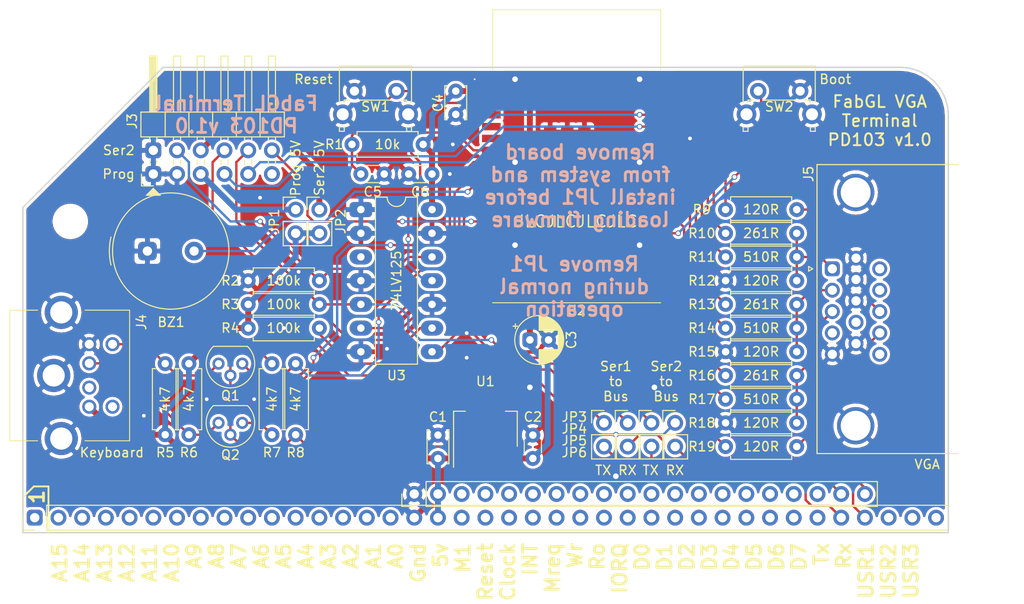
<source format=kicad_pcb>
(kicad_pcb (version 20171130) (host pcbnew "(5.1.6)-1")
  (layers (0 F.Cu signal) (31 B.Cu signal) (36 B.SilkS user) (37 F.SilkS user) (38 B.Mask user) (39 F.Mask user) (44 Edge.Cuts user))
  (net 0 "")
  (net 1 GND)
  (net 2 "Net-(J1-Pad39)")
  (net 3 "Net-(J1-Pad38)")
  (net 4 "Net-(J1-Pad37)")
  (net 5 +5V)
  (net 6 +3V3)
  (net 7 "Net-(U2-Pad32)")
  (net 8 "Net-(U2-Pad28)")
  (net 9 "Net-(U2-Pad27)")
  (net 10 "Net-(U2-Pad24)")
  (net 11 "Net-(U2-Pad22)")
  (net 12 "Net-(U2-Pad21)")
  (net 13 "Net-(U2-Pad20)")
  (net 14 "Net-(U2-Pad19)")
  (net 15 "Net-(U2-Pad18)")
  (net 16 "Net-(U2-Pad17)")
  (net 17 "Net-(U2-Pad6)")
  (net 18 "Net-(U2-Pad5)")
  (net 19 "Net-(U2-Pad4)")
  (net 20 "Net-(J1-Pad34)")
  (net 21 "Net-(J1-Pad33)")
  (net 22 "Net-(J1-Pad32)")
  (net 23 "Net-(J1-Pad31)")
  (net 24 "Net-(J1-Pad30)")
  (net 25 "Net-(J1-Pad29)")
  (net 26 "Net-(J1-Pad28)")
  (net 27 "Net-(J1-Pad27)")
  (net 28 "Net-(J1-Pad26)")
  (net 29 "Net-(J1-Pad25)")
  (net 30 "Net-(J1-Pad24)")
  (net 31 "Net-(J1-Pad23)")
  (net 32 "Net-(J1-Pad22)")
  (net 33 "Net-(J1-Pad21)")
  (net 34 "Net-(J1-Pad20)")
  (net 35 "Net-(J1-Pad19)")
  (net 36 "Net-(J1-Pad16)")
  (net 37 "Net-(J1-Pad15)")
  (net 38 "Net-(J1-Pad14)")
  (net 39 "Net-(J1-Pad13)")
  (net 40 "Net-(J1-Pad12)")
  (net 41 "Net-(J1-Pad11)")
  (net 42 "Net-(J1-Pad10)")
  (net 43 "Net-(J1-Pad9)")
  (net 44 "Net-(J1-Pad8)")
  (net 45 "Net-(J1-Pad7)")
  (net 46 "Net-(J1-Pad6)")
  (net 47 "Net-(J1-Pad5)")
  (net 48 "Net-(J1-Pad4)")
  (net 49 "Net-(J1-Pad3)")
  (net 50 "Net-(J1-Pad2)")
  (net 51 "Net-(J1-Pad1)")
  (net 52 "Net-(J2-Pad18)")
  (net 53 "Net-(J2-Pad17)")
  (net 54 "Net-(J2-Pad16)")
  (net 55 "Net-(J2-Pad15)")
  (net 56 "Net-(J2-Pad14)")
  (net 57 "Net-(J2-Pad13)")
  (net 58 "Net-(J2-Pad12)")
  (net 59 "Net-(J2-Pad11)")
  (net 60 "Net-(J2-Pad10)")
  (net 61 "Net-(J2-Pad9)")
  (net 62 "Net-(J2-Pad8)")
  (net 63 "Net-(J2-Pad7)")
  (net 64 "Net-(J2-Pad6)")
  (net 65 "Net-(J2-Pad5)")
  (net 66 "Net-(J2-Pad4)")
  (net 67 "Net-(J2-Pad3)")
  (net 68 BusRX)
  (net 69 BusTX)
  (net 70 /KBClk_5V)
  (net 71 /KBDat_5v)
  (net 72 /Red)
  (net 73 /Grn)
  (net 74 /Blu)
  (net 75 /HSync)
  (net 76 /VSync)
  (net 77 KBDat_3V)
  (net 78 KBClk_3V)
  (net 79 H)
  (net 80 R1)
  (net 81 R0)
  (net 82 G1)
  (net 83 G0)
  (net 84 B1)
  (net 85 B0)
  (net 86 V)
  (net 87 /Bell)
  (net 88 /Reset)
  (net 89 /ProgTX)
  (net 90 /ProgRX)
  (net 91 /Prog5V)
  (net 92 /Boot)
  (net 93 "Net-(U3-Pad3)")
  (net 94 Ser2RTS)
  (net 95 /Ser2RX_5V)
  (net 96 Ser2TX)
  (net 97 /Ser25V)
  (net 98 /Ser2CTS_5V)
  (net 99 /Ser1RX_5V)
  (net 100 Ser1TX)
  (net 101 Ser1RX_3V)
  (net 102 Ser2RX_3V)
  (net 103 Ser2CTS_3V)
  (net 104 BusRX2)
  (net 105 BusTX2)
  (net 106 "Net-(J3-Pad11)")
  (net 107 "Net-(J4-Pad6)")
  (net 108 "Net-(J4-Pad2)")
  (net 109 "Net-(J5-Pad4)")
  (net 110 "Net-(J5-Pad9)")
  (net 111 "Net-(J5-Pad11)")
  (net 112 "Net-(J5-Pad12)")
  (net 113 "Net-(J5-Pad15)")
  (module rc-fabgl:ESP32WROVERE (layer F.Cu) (at 211.7 111.13)
    (fp_text reference U2 (at 0 16.505) (layer F.SilkS))
    (fp_text value ESP32-WROVER-E hide)
    (pad 1 smd rect (at -9.135 -8.26 90) (size 0.8 2) (layers F.Cu F.Paste F.Mask) (net 1 GND))
    (pad 2 smd rect (at -9.135 -6.99 90) (size 0.8 2) (layers F.Cu F.Paste F.Mask) (net 6 +3V3))
    (pad 3 smd rect (at -9.135 -5.72 90) (size 0.8 2) (layers F.Cu F.Paste F.Mask) (net 88 /Reset))
    (pad 4 smd rect (at -9.135 -4.45 90) (size 0.8 2) (layers F.Cu F.Paste F.Mask) (net 19 "Net-(U2-Pad4)"))
    (pad 5 smd rect (at -9.135 -3.18 90) (size 0.8 2) (layers F.Cu F.Paste F.Mask) (net 18 "Net-(U2-Pad5)"))
    (pad 6 smd rect (at -9.135 -1.91 90) (size 0.8 2) (layers F.Cu F.Paste F.Mask) (net 17 "Net-(U2-Pad6)"))
    (pad 7 smd rect (at -9.135 -0.64 90) (size 0.8 2) (layers F.Cu F.Paste F.Mask) (net 103 Ser2CTS_3V))
    (pad 8 smd rect (at -9.135 0.63 90) (size 0.8 2) (layers F.Cu F.Paste F.Mask) (net 77 KBDat_3V))
    (pad 9 smd rect (at -9.135 1.9 90) (size 0.8 2) (layers F.Cu F.Paste F.Mask) (net 78 KBClk_3V))
    (pad 10 smd rect (at -9.135 3.17 90) (size 0.8 2) (layers F.Cu F.Paste F.Mask) (net 87 /Bell))
    (pad 11 smd rect (at -9.135 4.44 90) (size 0.8 2) (layers F.Cu F.Paste F.Mask) (net 102 Ser2RX_3V))
    (pad 12 smd rect (at -9.135 5.71 90) (size 0.8 2) (layers F.Cu F.Paste F.Mask) (net 96 Ser2TX))
    (pad 13 smd rect (at -9.135 6.98 90) (size 0.8 2) (layers F.Cu F.Paste F.Mask) (net 94 Ser2RTS))
    (pad 14 smd rect (at -9.135 8.25 90) (size 0.8 2) (layers F.Cu F.Paste F.Mask) (net 101 Ser1RX_3V))
    (pad 15 smd rect (at -9.135 9.52 90) (size 0.8 2) (layers F.Cu F.Paste F.Mask) (net 1 GND))
    (pad 16 smd rect (at -9.135 10.79 90) (size 0.8 2) (layers F.Cu F.Paste F.Mask) (net 100 Ser1TX))
    (pad 17 smd rect (at -9.135 12.06 90) (size 0.8 2) (layers F.Cu F.Paste F.Mask) (net 16 "Net-(U2-Pad17)"))
    (pad 18 smd rect (at -9.135 13.33 90) (size 0.8 2) (layers F.Cu F.Paste F.Mask) (net 15 "Net-(U2-Pad18)"))
    (pad 19 smd rect (at -9.135 14.6 90) (size 0.8 2) (layers F.Cu F.Paste F.Mask) (net 14 "Net-(U2-Pad19)"))
    (pad 20 smd rect (at 9.135 14.6 90) (size 0.8 2) (layers F.Cu F.Paste F.Mask) (net 13 "Net-(U2-Pad20)"))
    (pad 21 smd rect (at 9.135 13.33 90) (size 0.8 2) (layers F.Cu F.Paste F.Mask) (net 12 "Net-(U2-Pad21)"))
    (pad 22 smd rect (at 9.135 12.06 90) (size 0.8 2) (layers F.Cu F.Paste F.Mask) (net 11 "Net-(U2-Pad22)"))
    (pad 23 smd rect (at 9.135 10.79 90) (size 0.8 2) (layers F.Cu F.Paste F.Mask) (net 86 V))
    (pad 24 smd rect (at 9.135 9.52 90) (size 0.8 2) (layers F.Cu F.Paste F.Mask) (net 10 "Net-(U2-Pad24)"))
    (pad 25 smd rect (at 9.135 8.25 90) (size 0.8 2) (layers F.Cu F.Paste F.Mask) (net 92 /Boot))
    (pad 26 smd rect (at 9.135 6.98 90) (size 0.8 2) (layers F.Cu F.Paste F.Mask) (net 85 B0))
    (pad 27 smd rect (at 9.135 5.71 90) (size 0.8 2) (layers F.Cu F.Paste F.Mask) (net 9 "Net-(U2-Pad27)"))
    (pad 28 smd rect (at 9.135 4.44 90) (size 0.8 2) (layers F.Cu F.Paste F.Mask) (net 8 "Net-(U2-Pad28)"))
    (pad 29 smd rect (at 9.135 3.17 90) (size 0.8 2) (layers F.Cu F.Paste F.Mask) (net 84 B1))
    (pad 30 smd rect (at 9.135 1.9 90) (size 0.8 2) (layers F.Cu F.Paste F.Mask) (net 83 G0))
    (pad 31 smd rect (at 9.135 0.63 90) (size 0.8 2) (layers F.Cu F.Paste F.Mask) (net 82 G1))
    (pad 32 smd rect (at 9.135 -0.64 90) (size 0.8 2) (layers F.Cu F.Paste F.Mask) (net 7 "Net-(U2-Pad32)"))
    (pad 33 smd rect (at 9.135 -1.91 90) (size 0.8 2) (layers F.Cu F.Paste F.Mask) (net 81 R0))
    (pad 34 smd rect (at 9.135 -3.18 90) (size 0.8 2) (layers F.Cu F.Paste F.Mask) (net 90 /ProgRX))
    (pad 35 smd rect (at 9.135 -4.45 90) (size 0.8 2) (layers F.Cu F.Paste F.Mask) (net 89 /ProgTX))
    (pad 36 smd rect (at 9.135 -5.72 90) (size 0.8 2) (layers F.Cu F.Paste F.Mask) (net 80 R1))
    (pad 37 smd rect (at 9.135 -6.99 90) (size 0.8 2) (layers F.Cu F.Paste F.Mask) (net 79 H))
    (pad 38 smd rect (at 9.135 -8.26 90) (size 0.8 2) (layers F.Cu F.Paste F.Mask) (net 1 GND))
    (pad 39 smd rect (at -1 -0.76 90) (size 1.33 1.33) (layers F.Cu F.Paste F.Mask) (net 1 GND))
    (pad 39 smd rect (at -1 1.075 90) (size 1.33 1.33) (layers F.Cu F.Paste F.Mask) (net 1 GND))
    (pad 39 smd rect (at 0.835 1.075 90) (size 1.33 1.33) (layers F.Cu F.Paste F.Mask) (net 1 GND))
    (pad 39 smd rect (at 0.835 -0.76 90) (size 1.33 1.33) (layers F.Cu F.Paste F.Mask) (net 1 GND))
    (pad 39 smd rect (at 0.835 -2.595 90) (size 1.33 1.33) (layers F.Cu F.Paste F.Mask) (net 1 GND))
    (pad 39 smd rect (at -1 -2.595 90) (size 1.33 1.33) (layers F.Cu F.Paste F.Mask) (net 1 GND))
    (pad 39 smd rect (at -2.835 -2.595 90) (size 1.33 1.33) (layers F.Cu F.Paste F.Mask) (net 1 GND))
    (pad 39 smd rect (at -2.835 -0.76 90) (size 1.33 1.33) (layers F.Cu F.Paste F.Mask) (net 1 GND))
    (pad 39 smd rect (at -2.835 1.075 90) (size 1.33 1.33) (layers F.Cu F.Paste F.Mask) (net 1 GND))
  )
  (module Connector_PinHeader_2.54mm:PinHeader_2x06_P2.54mm_Horizontal (layer F.Cu) (at 166.37 113.03 90)
    (fp_text reference J3 (at 5.655 -2.27 90) (layer F.SilkS))
    (fp_text value Serial)
    (pad 12 thru_hole oval (at 2.54 12.7 90) (size 1.7 1.7) (drill 1) (layers *.Cu *.Mask) (net 94 Ser2RTS))
    (pad 11 thru_hole oval (at 0 12.7 90) (size 1.7 1.7) (drill 1) (layers *.Cu *.Mask) (net 106 "Net-(J3-Pad11)"))
    (pad 10 thru_hole oval (at 2.54 10.16 90) (size 1.7 1.7) (drill 1) (layers *.Cu *.Mask) (net 95 /Ser2RX_5V))
    (pad 9 thru_hole oval (at 0 10.16 90) (size 1.7 1.7) (drill 1) (layers *.Cu *.Mask) (net 89 /ProgTX))
    (pad 8 thru_hole oval (at 2.54 7.62 90) (size 1.7 1.7) (drill 1) (layers *.Cu *.Mask) (net 96 Ser2TX))
    (pad 7 thru_hole oval (at 0 7.62 90) (size 1.7 1.7) (drill 1) (layers *.Cu *.Mask) (net 90 /ProgRX))
    (pad 6 thru_hole oval (at 2.54 5.08 90) (size 1.7 1.7) (drill 1) (layers *.Cu *.Mask) (net 97 /Ser25V))
    (pad 5 thru_hole oval (at 0 5.08 90) (size 1.7 1.7) (drill 1) (layers *.Cu *.Mask) (net 91 /Prog5V))
    (pad 4 thru_hole oval (at 2.54 2.54 90) (size 1.7 1.7) (drill 1) (layers *.Cu *.Mask) (net 98 /Ser2CTS_5V))
    (pad 3 thru_hole oval (at 0 2.54 90) (size 1.7 1.7) (drill 1) (layers *.Cu *.Mask) (net 1 GND))
    (pad 2 thru_hole roundrect (at 2.54 0 90) (size 1.7 1.7) (drill 1) (layers *.Cu *.Mask) (net 1 GND))
    (pad 1 thru_hole roundrect (at 0 0 90) (size 1.7 1.7) (drill 1) (layers *.Cu *.Mask) (net 1 GND))
  )
  (module rc-fabgl:DSUB-15-HD_Female_Horizontal_P2.29x2.54mm_Housed (layer F.Cu) (at 239.0775 123.19 90)
    (fp_text reference J5 (at 10.16 -2.54 270) (layer F.SilkS))
    (fp_text value VGA (at -20.955 10.16 180) (layer F.SilkS))
    (pad 0 thru_hole circle (at 8.185 2.5 90) (size 4 4) (drill 3.2) (layers *.Cu *.Mask) (net 1 GND))
    (pad 0 thru_hole circle (at -16.815 2.5 90) (size 4 4) (drill 3.2) (layers *.Cu *.Mask) (net 1 GND))
    (pad 15 thru_hole circle (at -9.16 5.08 90) (size 1.6 1.6) (drill 1) (layers *.Cu *.Mask) (net 113 "Net-(J5-Pad15)"))
    (pad 14 thru_hole circle (at -6.87 5.08 90) (size 1.6 1.6) (drill 1) (layers *.Cu *.Mask) (net 76 /VSync))
    (pad 13 thru_hole circle (at -4.58 5.08 90) (size 1.6 1.6) (drill 1) (layers *.Cu *.Mask) (net 75 /HSync))
    (pad 12 thru_hole circle (at -2.29 5.08 90) (size 1.6 1.6) (drill 1) (layers *.Cu *.Mask) (net 112 "Net-(J5-Pad12)"))
    (pad 11 thru_hole circle (at 0 5.08 90) (size 1.6 1.6) (drill 1) (layers *.Cu *.Mask) (net 111 "Net-(J5-Pad11)"))
    (pad 10 thru_hole circle (at -8.015 2.54 90) (size 1.6 1.6) (drill 1) (layers *.Cu *.Mask) (net 1 GND))
    (pad 9 thru_hole circle (at -5.725 2.54 90) (size 1.6 1.6) (drill 1) (layers *.Cu *.Mask) (net 110 "Net-(J5-Pad9)"))
    (pad 8 thru_hole circle (at -3.435 2.54 90) (size 1.6 1.6) (drill 1) (layers *.Cu *.Mask) (net 1 GND))
    (pad 7 thru_hole circle (at -1.145 2.54 90) (size 1.6 1.6) (drill 1) (layers *.Cu *.Mask) (net 1 GND))
    (pad 6 thru_hole circle (at 1.145 2.54 90) (size 1.6 1.6) (drill 1) (layers *.Cu *.Mask) (net 1 GND))
    (pad 5 thru_hole circle (at -9.16 0 90) (size 1.6 1.6) (drill 1) (layers *.Cu *.Mask) (net 1 GND))
    (pad 4 thru_hole circle (at -6.87 0 90) (size 1.6 1.6) (drill 1) (layers *.Cu *.Mask) (net 109 "Net-(J5-Pad4)"))
    (pad 3 thru_hole circle (at -4.58 0 90) (size 1.6 1.6) (drill 1) (layers *.Cu *.Mask) (net 74 /Blu))
    (pad 2 thru_hole circle (at -2.29 0 90) (size 1.6 1.6) (drill 1) (layers *.Cu *.Mask) (net 73 /Grn))
    (pad 1 thru_hole roundrect (at 0 0 90) (size 1.6 1.6) (drill 1) (layers *.Cu *.Mask) (net 72 /Red))
  )
  (module rc-fabgl:Mini-DIN-6-Socket (layer F.Cu) (at 159.512 133.32 90)
    (fp_text reference J4 (at 4.415 5.588 270) (layer F.SilkS))
    (fp_text value Keyboard (at -9.555 2.413 180) (layer F.SilkS))
    (pad 1 thru_hole circle (at 0 0 90) (size 1.509 1.509) (drill 0.97) (layers *.Cu *.Mask) (net 71 /KBDat_5v))
    (pad 2 thru_hole circle (at -2.6 0 90) (size 1.509 1.509) (drill 0.97) (layers *.Cu *.Mask) (net 108 "Net-(J4-Pad2)"))
    (pad 3 thru_hole circle (at 2.05 0 90) (size 1.509 1.509) (drill 0.97) (layers *.Cu *.Mask) (net 1 GND))
    (pad 4 thru_hole circle (at -4.65 0 90) (size 1.509 1.509) (drill 0.97) (layers *.Cu *.Mask) (net 5 +5V))
    (pad 5 thru_hole circle (at 2.05 2.49 90) (size 1.509 1.509) (drill 0.97) (layers *.Cu *.Mask) (net 70 /KBClk_5V))
    (pad 6 thru_hole circle (at -4.65 2.49 90) (size 1.509 1.509) (drill 0.97) (layers *.Cu *.Mask) (net 107 "Net-(J4-Pad6)"))
    (pad 0 thru_hole circle (at -1.3 -3.81 90) (size 3.554999 3.554999) (drill 2.37) (layers *.Cu *.Mask) (net 1 GND))
    (pad 0 thru_hole circle (at -8.06 -3 90) (size 3.554999 3.554999) (drill 2.37) (layers *.Cu *.Mask) (net 1 GND))
    (pad 0 thru_hole circle (at 5.46 -3 90) (size 3.554999 3.554999) (drill 2.37) (layers *.Cu *.Mask) (net 1 GND))
  )
  (module Package_DIP:DIP-14_W7.62mm_LongPads (layer F.Cu) (at 188.595 116.84)
    (fp_text reference U3 (at 3.81 17.78) (layer F.SilkS))
    (fp_text value 74LV125 (at 3.81 7.62 90) (layer F.SilkS))
    (pad 14 thru_hole oval (at 7.62 0) (size 2.4 1.6) (drill 0.8) (layers *.Cu *.Mask) (net 6 +3V3))
    (pad 7 thru_hole oval (at 0 15.24) (size 2.4 1.6) (drill 0.8) (layers *.Cu *.Mask) (net 1 GND))
    (pad 13 thru_hole oval (at 7.62 2.54) (size 2.4 1.6) (drill 0.8) (layers *.Cu *.Mask) (net 1 GND))
    (pad 6 thru_hole oval (at 0 12.7) (size 2.4 1.6) (drill 0.8) (layers *.Cu *.Mask) (net 102 Ser2RX_3V))
    (pad 12 thru_hole oval (at 7.62 5.08) (size 2.4 1.6) (drill 0.8) (layers *.Cu *.Mask) (net 98 /Ser2CTS_5V))
    (pad 5 thru_hole oval (at 0 10.16) (size 2.4 1.6) (drill 0.8) (layers *.Cu *.Mask) (net 95 /Ser2RX_5V))
    (pad 11 thru_hole oval (at 7.62 7.62) (size 2.4 1.6) (drill 0.8) (layers *.Cu *.Mask) (net 103 Ser2CTS_3V))
    (pad 4 thru_hole oval (at 0 7.62) (size 2.4 1.6) (drill 0.8) (layers *.Cu *.Mask) (net 1 GND))
    (pad 10 thru_hole oval (at 7.62 10.16) (size 2.4 1.6) (drill 0.8) (layers *.Cu *.Mask) (net 1 GND))
    (pad 3 thru_hole oval (at 0 5.08) (size 2.4 1.6) (drill 0.8) (layers *.Cu *.Mask) (net 93 "Net-(U3-Pad3)"))
    (pad 9 thru_hole oval (at 7.62 12.7) (size 2.4 1.6) (drill 0.8) (layers *.Cu *.Mask) (net 99 /Ser1RX_5V))
    (pad 2 thru_hole oval (at 0 2.54) (size 2.4 1.6) (drill 0.8) (layers *.Cu *.Mask) (net 1 GND))
    (pad 8 thru_hole oval (at 7.62 15.24) (size 2.4 1.6) (drill 0.8) (layers *.Cu *.Mask) (net 101 Ser1RX_3V))
    (pad 1 thru_hole roundrect (at 0 0) (size 2.4 1.6) (drill 0.8) (layers *.Cu *.Mask) (net 1 GND))
  )
  (module Resistor_THT:R_Axial_DIN0207_L6.3mm_D2.5mm_P7.62mm_Horizontal (layer F.Cu) (at 227.6475 142.24)
    (fp_text reference R19 (at -2.54 0) (layer F.SilkS))
    (fp_text value 120R (at 3.81 0) (layer F.SilkS))
    (pad 2 thru_hole oval (at 7.62 0) (size 1.6 1.6) (drill 0.8) (layers *.Cu *.Mask) (net 76 /VSync))
    (pad 1 thru_hole circle (at 0 0) (size 1.6 1.6) (drill 0.8) (layers *.Cu *.Mask) (net 86 V))
  )
  (module Resistor_THT:R_Axial_DIN0207_L6.3mm_D2.5mm_P7.62mm_Horizontal (layer F.Cu) (at 227.6475 139.7)
    (fp_text reference R18 (at -2.54 0) (layer F.SilkS))
    (fp_text value 120R (at 3.81 0) (layer F.SilkS))
    (pad 2 thru_hole oval (at 7.62 0) (size 1.6 1.6) (drill 0.8) (layers *.Cu *.Mask) (net 74 /Blu))
    (pad 1 thru_hole circle (at 0 0) (size 1.6 1.6) (drill 0.8) (layers *.Cu *.Mask) (net 1 GND))
  )
  (module Resistor_THT:R_Axial_DIN0207_L6.3mm_D2.5mm_P7.62mm_Horizontal (layer F.Cu) (at 227.6475 137.16)
    (fp_text reference R17 (at -2.54 0) (layer F.SilkS))
    (fp_text value 510R (at 3.81 0) (layer F.SilkS))
    (pad 2 thru_hole oval (at 7.62 0) (size 1.6 1.6) (drill 0.8) (layers *.Cu *.Mask) (net 74 /Blu))
    (pad 1 thru_hole circle (at 0 0) (size 1.6 1.6) (drill 0.8) (layers *.Cu *.Mask) (net 85 B0))
  )
  (module Resistor_THT:R_Axial_DIN0207_L6.3mm_D2.5mm_P7.62mm_Horizontal (layer F.Cu) (at 227.6475 134.62)
    (fp_text reference R16 (at -2.54 0) (layer F.SilkS))
    (fp_text value 261R (at 3.81 0) (layer F.SilkS))
    (pad 2 thru_hole oval (at 7.62 0) (size 1.6 1.6) (drill 0.8) (layers *.Cu *.Mask) (net 74 /Blu))
    (pad 1 thru_hole circle (at 0 0) (size 1.6 1.6) (drill 0.8) (layers *.Cu *.Mask) (net 84 B1))
  )
  (module Resistor_THT:R_Axial_DIN0207_L6.3mm_D2.5mm_P7.62mm_Horizontal (layer F.Cu) (at 227.6475 132.08)
    (fp_text reference R15 (at -2.54 0) (layer F.SilkS))
    (fp_text value 120R (at 3.81 0) (layer F.SilkS))
    (pad 2 thru_hole oval (at 7.62 0) (size 1.6 1.6) (drill 0.8) (layers *.Cu *.Mask) (net 73 /Grn))
    (pad 1 thru_hole circle (at 0 0) (size 1.6 1.6) (drill 0.8) (layers *.Cu *.Mask) (net 1 GND))
  )
  (module Resistor_THT:R_Axial_DIN0207_L6.3mm_D2.5mm_P7.62mm_Horizontal (layer F.Cu) (at 227.6475 129.54)
    (fp_text reference R14 (at -2.54 0) (layer F.SilkS))
    (fp_text value 510R (at 3.81 0) (layer F.SilkS))
    (pad 2 thru_hole oval (at 7.62 0) (size 1.6 1.6) (drill 0.8) (layers *.Cu *.Mask) (net 73 /Grn))
    (pad 1 thru_hole circle (at 0 0) (size 1.6 1.6) (drill 0.8) (layers *.Cu *.Mask) (net 83 G0))
  )
  (module Resistor_THT:R_Axial_DIN0207_L6.3mm_D2.5mm_P7.62mm_Horizontal (layer F.Cu) (at 227.6475 127)
    (fp_text reference R13 (at -2.54 0) (layer F.SilkS))
    (fp_text value 261R (at 3.81 0) (layer F.SilkS))
    (pad 2 thru_hole oval (at 7.62 0) (size 1.6 1.6) (drill 0.8) (layers *.Cu *.Mask) (net 73 /Grn))
    (pad 1 thru_hole circle (at 0 0) (size 1.6 1.6) (drill 0.8) (layers *.Cu *.Mask) (net 82 G1))
  )
  (module Resistor_THT:R_Axial_DIN0207_L6.3mm_D2.5mm_P7.62mm_Horizontal (layer F.Cu) (at 227.6475 124.46)
    (fp_text reference R12 (at -2.54 0) (layer F.SilkS))
    (fp_text value 120R (at 3.81 0) (layer F.SilkS))
    (pad 2 thru_hole oval (at 7.62 0) (size 1.6 1.6) (drill 0.8) (layers *.Cu *.Mask) (net 72 /Red))
    (pad 1 thru_hole circle (at 0 0) (size 1.6 1.6) (drill 0.8) (layers *.Cu *.Mask) (net 1 GND))
  )
  (module Resistor_THT:R_Axial_DIN0207_L6.3mm_D2.5mm_P7.62mm_Horizontal (layer F.Cu) (at 227.6475 121.92)
    (fp_text reference R11 (at -2.54 0) (layer F.SilkS))
    (fp_text value 510R (at 3.81 0) (layer F.SilkS))
    (pad 2 thru_hole oval (at 7.62 0) (size 1.6 1.6) (drill 0.8) (layers *.Cu *.Mask) (net 72 /Red))
    (pad 1 thru_hole circle (at 0 0) (size 1.6 1.6) (drill 0.8) (layers *.Cu *.Mask) (net 81 R0))
  )
  (module Resistor_THT:R_Axial_DIN0207_L6.3mm_D2.5mm_P7.62mm_Horizontal (layer F.Cu) (at 227.6475 119.38)
    (fp_text reference R10 (at -2.54 0) (layer F.SilkS))
    (fp_text value 261R (at 3.81 0) (layer F.SilkS))
    (pad 2 thru_hole oval (at 7.62 0) (size 1.6 1.6) (drill 0.8) (layers *.Cu *.Mask) (net 72 /Red))
    (pad 1 thru_hole circle (at 0 0) (size 1.6 1.6) (drill 0.8) (layers *.Cu *.Mask) (net 80 R1))
  )
  (module Resistor_THT:R_Axial_DIN0207_L6.3mm_D2.5mm_P7.62mm_Horizontal (layer F.Cu) (at 227.6475 116.84)
    (fp_text reference R9 (at -2.54 0) (layer F.SilkS))
    (fp_text value 120R (at 3.81 0) (layer F.SilkS))
    (pad 2 thru_hole oval (at 7.62 0) (size 1.6 1.6) (drill 0.8) (layers *.Cu *.Mask) (net 75 /HSync))
    (pad 1 thru_hole circle (at 0 0) (size 1.6 1.6) (drill 0.8) (layers *.Cu *.Mask) (net 79 H))
  )
  (module Resistor_THT:R_Axial_DIN0207_L6.3mm_D2.5mm_P7.62mm_Horizontal (layer F.Cu) (at 167.64 140.97 90)
    (fp_text reference R5 (at -1.905 0 180) (layer F.SilkS))
    (fp_text value 4k7 (at 3.81 0 90) (layer F.SilkS))
    (pad 2 thru_hole oval (at 7.62 0 90) (size 1.6 1.6) (drill 0.8) (layers *.Cu *.Mask) (net 70 /KBClk_5V))
    (pad 1 thru_hole circle (at 0 0 90) (size 1.6 1.6) (drill 0.8) (layers *.Cu *.Mask) (net 5 +5V))
  )
  (module Resistor_THT:R_Axial_DIN0207_L6.3mm_D2.5mm_P7.62mm_Horizontal (layer F.Cu) (at 170.18 133.35 270)
    (fp_text reference R6 (at 9.525 0 180) (layer F.SilkS))
    (fp_text value 4k7 (at 3.81 0 90) (layer F.SilkS))
    (pad 2 thru_hole oval (at 7.62 0 270) (size 1.6 1.6) (drill 0.8) (layers *.Cu *.Mask) (net 71 /KBDat_5v))
    (pad 1 thru_hole circle (at 0 0 270) (size 1.6 1.6) (drill 0.8) (layers *.Cu *.Mask) (net 5 +5V))
  )
  (module Resistor_THT:R_Axial_DIN0207_L6.3mm_D2.5mm_P7.62mm_Horizontal (layer F.Cu) (at 181.61 140.97 90)
    (fp_text reference R8 (at -1.905 0 180) (layer F.SilkS))
    (fp_text value 4k7 (at 3.81 0 90) (layer F.SilkS))
    (pad 2 thru_hole oval (at 7.62 0 90) (size 1.6 1.6) (drill 0.8) (layers *.Cu *.Mask) (net 78 KBClk_3V))
    (pad 1 thru_hole circle (at 0 0 90) (size 1.6 1.6) (drill 0.8) (layers *.Cu *.Mask) (net 6 +3V3))
  )
  (module Resistor_THT:R_Axial_DIN0207_L6.3mm_D2.5mm_P7.62mm_Horizontal (layer F.Cu) (at 179.07 133.35 270)
    (fp_text reference R7 (at 9.525 0 180) (layer F.SilkS))
    (fp_text value 4k7 (at 3.81 0 90) (layer F.SilkS))
    (pad 2 thru_hole oval (at 7.62 0 270) (size 1.6 1.6) (drill 0.8) (layers *.Cu *.Mask) (net 77 KBDat_3V))
    (pad 1 thru_hole circle (at 0 0 270) (size 1.6 1.6) (drill 0.8) (layers *.Cu *.Mask) (net 6 +3V3))
  )
  (module Resistor_THT:R_Axial_DIN0207_L6.3mm_D2.5mm_P7.62mm_Horizontal (layer F.Cu) (at 176.53 124.46)
    (fp_text reference R2 (at -1.905 0) (layer F.SilkS))
    (fp_text value 100k (at 3.81 0) (layer F.SilkS))
    (pad 2 thru_hole oval (at 7.62 0) (size 1.6 1.6) (drill 0.8) (layers *.Cu *.Mask) (net 98 /Ser2CTS_5V))
    (pad 1 thru_hole circle (at 0 0) (size 1.6 1.6) (drill 0.8) (layers *.Cu *.Mask) (net 1 GND))
  )
  (module Resistor_THT:R_Axial_DIN0207_L6.3mm_D2.5mm_P7.62mm_Horizontal (layer F.Cu) (at 176.53 127)
    (fp_text reference R3 (at -1.905 0) (layer F.SilkS))
    (fp_text value 100k (at 3.81 0) (layer F.SilkS))
    (pad 2 thru_hole oval (at 7.62 0) (size 1.6 1.6) (drill 0.8) (layers *.Cu *.Mask) (net 95 /Ser2RX_5V))
    (pad 1 thru_hole circle (at 0 0) (size 1.6 1.6) (drill 0.8) (layers *.Cu *.Mask) (net 5 +5V))
  )
  (module Resistor_THT:R_Axial_DIN0207_L6.3mm_D2.5mm_P7.62mm_Horizontal (layer F.Cu) (at 176.53 129.54)
    (fp_text reference R4 (at -1.905 0) (layer F.SilkS))
    (fp_text value 100k (at 3.81 0) (layer F.SilkS))
    (pad 2 thru_hole oval (at 7.62 0) (size 1.6 1.6) (drill 0.8) (layers *.Cu *.Mask) (net 99 /Ser1RX_5V))
    (pad 1 thru_hole circle (at 0 0) (size 1.6 1.6) (drill 0.8) (layers *.Cu *.Mask) (net 5 +5V))
  )
  (module Resistor_THT:R_Axial_DIN0207_L6.3mm_D2.5mm_P7.62mm_Horizontal (layer F.Cu) (at 195.2625 109.855 180)
    (fp_text reference R1 (at 9.525 0) (layer F.SilkS))
    (fp_text value 10k (at 3.81 0) (layer F.SilkS))
    (pad 2 thru_hole oval (at 7.62 0 180) (size 1.6 1.6) (drill 0.8) (layers *.Cu *.Mask) (net 88 /Reset))
    (pad 1 thru_hole circle (at 0 0 180) (size 1.6 1.6) (drill 0.8) (layers *.Cu *.Mask) (net 6 +3V3))
  )
  (module Package_TO_SOT_THT:TO-92 (layer F.Cu) (at 175.895 133.35 180)
    (fp_text reference Q1 (at 1.27 -3.429) (layer F.SilkS))
    (fp_text value 2N7000)
    (pad 1 thru_hole circle (at 0 0 270) (size 1.3 1.3) (drill 0.75) (layers *.Cu *.Mask) (net 78 KBClk_3V))
    (pad 3 thru_hole circle (at 2.54 0 270) (size 1.3 1.3) (drill 0.75) (layers *.Cu *.Mask) (net 70 /KBClk_5V))
    (pad 2 thru_hole circle (at 1.27 -1.27 270) (size 1.3 1.3) (drill 0.75) (layers *.Cu *.Mask) (net 6 +3V3))
  )
  (module Package_TO_SOT_THT:TO-92 (layer F.Cu) (at 175.895 139.7 180)
    (fp_text reference Q2 (at 1.27 -3.429) (layer F.SilkS))
    (fp_text value 2N7000)
    (pad 1 thru_hole circle (at 0 0 270) (size 1.3 1.3) (drill 0.75) (layers *.Cu *.Mask) (net 77 KBDat_3V))
    (pad 3 thru_hole circle (at 2.54 0 270) (size 1.3 1.3) (drill 0.75) (layers *.Cu *.Mask) (net 71 /KBDat_5v))
    (pad 2 thru_hole circle (at 1.27 -1.27 270) (size 1.3 1.3) (drill 0.75) (layers *.Cu *.Mask) (net 6 +3V3))
  )
  (module Connector_PinHeader_2.54mm:PinHeader_1x02_P2.54mm_Vertical (layer F.Cu) (at 222.25 139.7)
    (fp_text reference JP6 (at -10.795 3.175) (layer F.SilkS))
    (fp_text value "Bus RX2")
    (pad 2 thru_hole oval (at 0 2.54) (size 1.7 1.7) (drill 1) (layers *.Cu *.Mask) (net 104 BusRX2))
    (pad 1 thru_hole circle (at 0 0) (size 1.7 1.7) (drill 1) (layers *.Cu *.Mask) (net 96 Ser2TX))
  )
  (module Connector_PinHeader_2.54mm:PinHeader_1x02_P2.54mm_Vertical (layer F.Cu) (at 219.71 139.7)
    (fp_text reference JP5 (at -8.255 1.905) (layer F.SilkS))
    (fp_text value "Bus TX2")
    (pad 2 thru_hole oval (at 0 2.54) (size 1.7 1.7) (drill 1) (layers *.Cu *.Mask) (net 105 BusTX2))
    (pad 1 thru_hole circle (at 0 0) (size 1.7 1.7) (drill 1) (layers *.Cu *.Mask) (net 95 /Ser2RX_5V))
  )
  (module Connector_PinHeader_2.54mm:PinHeader_1x02_P2.54mm_Vertical (layer F.Cu) (at 217.17 139.7)
    (fp_text reference JP4 (at -5.715 0.635) (layer F.SilkS))
    (fp_text value "Bus RX")
    (pad 2 thru_hole oval (at 0 2.54) (size 1.7 1.7) (drill 1) (layers *.Cu *.Mask) (net 68 BusRX))
    (pad 1 thru_hole circle (at 0 0) (size 1.7 1.7) (drill 1) (layers *.Cu *.Mask) (net 100 Ser1TX))
  )
  (module Connector_PinHeader_2.54mm:PinHeader_1x02_P2.54mm_Vertical (layer F.Cu) (at 214.63 139.7)
    (fp_text reference JP3 (at -3.175 -0.635) (layer F.SilkS))
    (fp_text value "Bus TX")
    (pad 2 thru_hole oval (at 0 2.54) (size 1.7 1.7) (drill 1) (layers *.Cu *.Mask) (net 69 BusTX))
    (pad 1 thru_hole circle (at 0 0) (size 1.7 1.7) (drill 1) (layers *.Cu *.Mask) (net 99 /Ser1RX_5V))
  )
  (module Connector_PinHeader_2.54mm:PinHeader_1x02_P2.54mm_Vertical (layer F.Cu) (at 184.15 116.84)
    (fp_text reference JP2 (at 2.286 1.27 90) (layer F.SilkS))
    (fp_text value "Ser2 5V" (at 0 -4.445 90) (layer F.SilkS))
    (pad 2 thru_hole oval (at 0 2.54) (size 1.7 1.7) (drill 1) (layers *.Cu *.Mask) (net 5 +5V))
    (pad 1 thru_hole circle (at 0 0) (size 1.7 1.7) (drill 1) (layers *.Cu *.Mask) (net 97 /Ser25V))
  )
  (module Capacitor_THT:C_Disc_D3.0mm_W1.6mm_P2.50mm (layer F.Cu) (at 196.215 113.03 180)
    (fp_text reference C6 (at 1.27 -1.905) (layer F.SilkS))
    (fp_text value 0.1uF)
    (pad 2 thru_hole circle (at 2.5 0 180) (size 1.6 1.6) (drill 0.8) (layers *.Cu *.Mask) (net 1 GND))
    (pad 1 thru_hole circle (at 0 0 180) (size 1.6 1.6) (drill 0.8) (layers *.Cu *.Mask) (net 6 +3V3))
  )
  (module Capacitor_THT:C_Disc_D3.4mm_W2.1mm_P2.50mm (layer F.Cu) (at 198.755 104.14 270)
    (fp_text reference C4 (at 1.27 1.905 270) (layer F.SilkS))
    (fp_text value 10uF)
    (pad 2 thru_hole circle (at 2.5 0 270) (size 1.6 1.6) (drill 0.8) (layers *.Cu *.Mask) (net 1 GND))
    (pad 1 thru_hole circle (at 0 0 270) (size 1.6 1.6) (drill 0.8) (layers *.Cu *.Mask) (net 6 +3V3))
  )
  (module Capacitor_THT:CP_Radial_D5.0mm_P2.00mm (layer F.Cu) (at 206.6925 130.81)
    (fp_text reference C3 (at 4.445 0 -90) (layer F.SilkS))
    (fp_text value 10uF)
    (pad 2 thru_hole circle (at 2 0) (size 1.6 1.6) (drill 0.8) (layers *.Cu *.Mask) (net 1 GND))
    (pad 1 thru_hole roundrect (at 0 0) (size 1.6 1.6) (drill 0.8) (layers *.Cu *.Mask) (net 6 +3V3))
  )
  (module Capacitor_THT:C_Disc_D3.4mm_W2.1mm_P2.50mm (layer F.Cu) (at 196.85 143.51 90)
    (fp_text reference C1 (at 4.445 0 180) (layer F.SilkS))
    (fp_text value 4.7uF)
    (pad 2 thru_hole circle (at 2.5 0 90) (size 1.6 1.6) (drill 0.8) (layers *.Cu *.Mask) (net 1 GND))
    (pad 1 thru_hole circle (at 0 0 90) (size 1.6 1.6) (drill 0.8) (layers *.Cu *.Mask) (net 5 +5V))
  )
  (module Buzzer_Beeper:Buzzer_TDK_PS1240P02BT_D12.2mm_H6.5mm (layer F.Cu) (at 165.735 121.285)
    (fp_text reference BZ1 (at 2.54 7.62) (layer F.SilkS))
    (fp_text value Bell)
    (pad 2 thru_hole circle (at 5 0) (size 2 2) (drill 1) (layers *.Cu *.Mask) (net 87 /Bell))
    (pad 1 thru_hole roundrect (at 0 0) (size 2 2) (drill 1) (layers *.Cu *.Mask) (net 1 GND))
  )
  (module Button_Switch_THT:SW_Tactile_SPST_Angled_PTS645Vx39-2LFS (layer F.Cu) (at 231.14 104.14)
    (fp_text reference SW2 (at 2.25 1.68) (layer F.SilkS))
    (fp_text value Boot (at 8.255 -1.27) (layer F.SilkS))
    (pad "" thru_hole circle (at -1.25 2.49) (size 2.1 2.1) (drill 1.3) (layers *.Cu *.Mask) (net 1 GND))
    (pad 1 thru_hole circle (at 0 0) (size 1.75 1.75) (drill 0.99) (layers *.Cu *.Mask) (net 92 /Boot))
    (pad 2 thru_hole circle (at 4.5 0) (size 1.75 1.75) (drill 0.99) (layers *.Cu *.Mask) (net 1 GND))
    (pad "" thru_hole circle (at 5.76 2.49) (size 2.1 2.1) (drill 1.3) (layers *.Cu *.Mask) (net 1 GND))
  )
  (module Button_Switch_THT:SW_Tactile_SPST_Angled_PTS645Vx39-2LFS (layer F.Cu) (at 187.905 104.14)
    (fp_text reference SW1 (at 2.25 1.68) (layer F.SilkS))
    (fp_text value Reset (at -4.39 -1.27) (layer F.SilkS))
    (pad "" thru_hole circle (at 5.76 2.49) (size 2.1 2.1) (drill 1.3) (layers *.Cu *.Mask) (net 1 GND))
    (pad 2 thru_hole circle (at 4.5 0) (size 1.75 1.75) (drill 0.99) (layers *.Cu *.Mask) (net 88 /Reset))
    (pad 1 thru_hole circle (at 0 0) (size 1.75 1.75) (drill 0.99) (layers *.Cu *.Mask) (net 1 GND))
    (pad "" thru_hole circle (at -1.25 2.49) (size 2.1 2.1) (drill 1.3) (layers *.Cu *.Mask) (net 1 GND))
  )
  (module Connector_PinHeader_2.54mm:PinHeader_1x02_P2.54mm_Vertical (layer F.Cu) (at 181.61 116.84)
    (fp_text reference JP1 (at -2.286 1.27 90) (layer F.SilkS))
    (fp_text value "Prog 5V" (at 0 -4.445 90) (layer F.SilkS))
    (pad 2 thru_hole oval (at 0 2.54) (size 1.7 1.7) (drill 1) (layers *.Cu *.Mask) (net 5 +5V))
    (pad 1 thru_hole circle (at 0 0) (size 1.7 1.7) (drill 1) (layers *.Cu *.Mask) (net 91 /Prog5V))
  )
  (module Connector_PinHeader_2.54mm:PinHeader_1x20_P2.54mm_Vertical (layer F.Cu) (at 194.31 147.32 90)
    (fp_text reference J2 hide)
    (fp_text value RC2014_Enh)
    (pad 20 thru_hole oval (at 0 48.26 90) (size 1.7 1.7) (drill 1) (layers *.Cu *.Mask) (net 104 BusRX2))
    (pad 19 thru_hole oval (at 0 45.72 90) (size 1.7 1.7) (drill 1) (layers *.Cu *.Mask) (net 105 BusTX2))
    (pad 18 thru_hole oval (at 0 43.18 90) (size 1.7 1.7) (drill 1) (layers *.Cu *.Mask) (net 52 "Net-(J2-Pad18)"))
    (pad 17 thru_hole oval (at 0 40.64 90) (size 1.7 1.7) (drill 1) (layers *.Cu *.Mask) (net 53 "Net-(J2-Pad17)"))
    (pad 16 thru_hole oval (at 0 38.1 90) (size 1.7 1.7) (drill 1) (layers *.Cu *.Mask) (net 54 "Net-(J2-Pad16)"))
    (pad 15 thru_hole oval (at 0 35.56 90) (size 1.7 1.7) (drill 1) (layers *.Cu *.Mask) (net 55 "Net-(J2-Pad15)"))
    (pad 14 thru_hole oval (at 0 33.02 90) (size 1.7 1.7) (drill 1) (layers *.Cu *.Mask) (net 56 "Net-(J2-Pad14)"))
    (pad 13 thru_hole oval (at 0 30.48 90) (size 1.7 1.7) (drill 1) (layers *.Cu *.Mask) (net 57 "Net-(J2-Pad13)"))
    (pad 12 thru_hole oval (at 0 27.94 90) (size 1.7 1.7) (drill 1) (layers *.Cu *.Mask) (net 58 "Net-(J2-Pad12)"))
    (pad 11 thru_hole oval (at 0 25.4 90) (size 1.7 1.7) (drill 1) (layers *.Cu *.Mask) (net 59 "Net-(J2-Pad11)"))
    (pad 10 thru_hole oval (at 0 22.86 90) (size 1.7 1.7) (drill 1) (layers *.Cu *.Mask) (net 60 "Net-(J2-Pad10)"))
    (pad 9 thru_hole oval (at 0 20.32 90) (size 1.7 1.7) (drill 1) (layers *.Cu *.Mask) (net 61 "Net-(J2-Pad9)"))
    (pad 8 thru_hole oval (at 0 17.78 90) (size 1.7 1.7) (drill 1) (layers *.Cu *.Mask) (net 62 "Net-(J2-Pad8)"))
    (pad 7 thru_hole oval (at 0 15.24 90) (size 1.7 1.7) (drill 1) (layers *.Cu *.Mask) (net 63 "Net-(J2-Pad7)"))
    (pad 6 thru_hole oval (at 0 12.7 90) (size 1.7 1.7) (drill 1) (layers *.Cu *.Mask) (net 64 "Net-(J2-Pad6)"))
    (pad 5 thru_hole oval (at 0 10.16 90) (size 1.7 1.7) (drill 1) (layers *.Cu *.Mask) (net 65 "Net-(J2-Pad5)"))
    (pad 4 thru_hole oval (at 0 7.62 90) (size 1.7 1.7) (drill 1) (layers *.Cu *.Mask) (net 66 "Net-(J2-Pad4)"))
    (pad 3 thru_hole oval (at 0 5.08 90) (size 1.7 1.7) (drill 1) (layers *.Cu *.Mask) (net 67 "Net-(J2-Pad3)"))
    (pad 2 thru_hole oval (at 0 2.54 90) (size 1.7 1.7) (drill 1) (layers *.Cu *.Mask) (net 5 +5V))
    (pad 1 thru_hole circle (at 0 0 90) (size 1.7 1.7) (drill 1) (layers *.Cu *.Mask) (net 1 GND))
  )
  (module Capacitor_THT:C_Disc_D3.0mm_W1.6mm_P2.50mm (layer F.Cu) (at 188.595 113.03)
    (fp_text reference C5 (at 1.27 1.905) (layer F.SilkS))
    (fp_text value 0.1uF)
    (pad 2 thru_hole circle (at 2.5 0) (size 1.6 1.6) (drill 0.8) (layers *.Cu *.Mask) (net 1 GND))
    (pad 1 thru_hole circle (at 0 0) (size 1.6 1.6) (drill 0.8) (layers *.Cu *.Mask) (net 88 /Reset))
  )
  (module Capacitor_THT:C_Disc_D3.0mm_W1.6mm_P2.50mm (layer F.Cu) (at 207.01 143.51 90)
    (fp_text reference C2 (at 4.445 0 180) (layer F.SilkS))
    (fp_text value 1uF)
    (pad 1 thru_hole circle (at 0 0 90) (size 1.6 1.6) (drill 0.8) (layers *.Cu *.Mask) (net 6 +3V3))
    (pad 2 thru_hole circle (at 2.5 0 90) (size 1.6 1.6) (drill 0.8) (layers *.Cu *.Mask) (net 1 GND))
  )
  (module Package_TO_SOT_SMD:SOT-223-3_TabPin2 (layer F.Cu) (at 201.93 140.36 90)
    (fp_text reference U1 (at 5.105 0 180) (layer F.SilkS))
    (fp_text value MCP1825S)
    (pad 1 smd rect (at -3.15 -2.3 90) (size 2 1.5) (layers F.Cu F.Paste F.Mask) (net 5 +5V))
    (pad 3 smd rect (at -3.15 2.3 90) (size 2 1.5) (layers F.Cu F.Paste F.Mask) (net 6 +3V3))
    (pad 2 smd rect (at -3.15 0 90) (size 2 1.5) (layers F.Cu F.Paste F.Mask) (net 1 GND))
    (pad 2 smd rect (at 3.15 0 90) (size 2 3.8) (layers F.Cu F.Paste F.Mask) (net 1 GND))
  )
  (module Connector_PinHeader_2.54mm:PinHeader_1x39_P2.54mm_Vertical (layer F.Cu) (at 153.67 149.86 90)
    (fp_text reference J1 hide)
    (fp_text value RC2014)
    (pad 39 thru_hole oval (at 0 96.52 90) (size 1.7 1.7) (drill 1) (layers *.Cu *.Mask) (net 2 "Net-(J1-Pad39)"))
    (pad 38 thru_hole oval (at 0 93.98 90) (size 1.7 1.7) (drill 1) (layers *.Cu *.Mask) (net 3 "Net-(J1-Pad38)"))
    (pad 37 thru_hole oval (at 0 91.44 90) (size 1.7 1.7) (drill 1) (layers *.Cu *.Mask) (net 4 "Net-(J1-Pad37)"))
    (pad 36 thru_hole oval (at 0 88.9 90) (size 1.7 1.7) (drill 1) (layers *.Cu *.Mask) (net 68 BusRX))
    (pad 35 thru_hole oval (at 0 86.36 90) (size 1.7 1.7) (drill 1) (layers *.Cu *.Mask) (net 69 BusTX))
    (pad 34 thru_hole oval (at 0 83.82 90) (size 1.7 1.7) (drill 1) (layers *.Cu *.Mask) (net 20 "Net-(J1-Pad34)"))
    (pad 33 thru_hole oval (at 0 81.28 90) (size 1.7 1.7) (drill 1) (layers *.Cu *.Mask) (net 21 "Net-(J1-Pad33)"))
    (pad 32 thru_hole oval (at 0 78.74 90) (size 1.7 1.7) (drill 1) (layers *.Cu *.Mask) (net 22 "Net-(J1-Pad32)"))
    (pad 31 thru_hole oval (at 0 76.2 90) (size 1.7 1.7) (drill 1) (layers *.Cu *.Mask) (net 23 "Net-(J1-Pad31)"))
    (pad 30 thru_hole oval (at 0 73.66 90) (size 1.7 1.7) (drill 1) (layers *.Cu *.Mask) (net 24 "Net-(J1-Pad30)"))
    (pad 29 thru_hole oval (at 0 71.12 90) (size 1.7 1.7) (drill 1) (layers *.Cu *.Mask) (net 25 "Net-(J1-Pad29)"))
    (pad 28 thru_hole oval (at 0 68.58 90) (size 1.7 1.7) (drill 1) (layers *.Cu *.Mask) (net 26 "Net-(J1-Pad28)"))
    (pad 27 thru_hole oval (at 0 66.04 90) (size 1.7 1.7) (drill 1) (layers *.Cu *.Mask) (net 27 "Net-(J1-Pad27)"))
    (pad 26 thru_hole oval (at 0 63.5 90) (size 1.7 1.7) (drill 1) (layers *.Cu *.Mask) (net 28 "Net-(J1-Pad26)"))
    (pad 25 thru_hole oval (at 0 60.96 90) (size 1.7 1.7) (drill 1) (layers *.Cu *.Mask) (net 29 "Net-(J1-Pad25)"))
    (pad 24 thru_hole oval (at 0 58.42 90) (size 1.7 1.7) (drill 1) (layers *.Cu *.Mask) (net 30 "Net-(J1-Pad24)"))
    (pad 23 thru_hole oval (at 0 55.88 90) (size 1.7 1.7) (drill 1) (layers *.Cu *.Mask) (net 31 "Net-(J1-Pad23)"))
    (pad 22 thru_hole oval (at 0 53.34 90) (size 1.7 1.7) (drill 1) (layers *.Cu *.Mask) (net 32 "Net-(J1-Pad22)"))
    (pad 21 thru_hole oval (at 0 50.8 90) (size 1.7 1.7) (drill 1) (layers *.Cu *.Mask) (net 33 "Net-(J1-Pad21)"))
    (pad 20 thru_hole oval (at 0 48.26 90) (size 1.7 1.7) (drill 1) (layers *.Cu *.Mask) (net 34 "Net-(J1-Pad20)"))
    (pad 19 thru_hole oval (at 0 45.72 90) (size 1.7 1.7) (drill 1) (layers *.Cu *.Mask) (net 35 "Net-(J1-Pad19)"))
    (pad 18 thru_hole oval (at 0 43.18 90) (size 1.7 1.7) (drill 1) (layers *.Cu *.Mask) (net 5 +5V))
    (pad 17 thru_hole oval (at 0 40.64 90) (size 1.7 1.7) (drill 1) (layers *.Cu *.Mask) (net 1 GND))
    (pad 16 thru_hole oval (at 0 38.1 90) (size 1.7 1.7) (drill 1) (layers *.Cu *.Mask) (net 36 "Net-(J1-Pad16)"))
    (pad 15 thru_hole oval (at 0 35.56 90) (size 1.7 1.7) (drill 1) (layers *.Cu *.Mask) (net 37 "Net-(J1-Pad15)"))
    (pad 14 thru_hole oval (at 0 33.02 90) (size 1.7 1.7) (drill 1) (layers *.Cu *.Mask) (net 38 "Net-(J1-Pad14)"))
    (pad 13 thru_hole oval (at 0 30.48 90) (size 1.7 1.7) (drill 1) (layers *.Cu *.Mask) (net 39 "Net-(J1-Pad13)"))
    (pad 12 thru_hole oval (at 0 27.94 90) (size 1.7 1.7) (drill 1) (layers *.Cu *.Mask) (net 40 "Net-(J1-Pad12)"))
    (pad 11 thru_hole oval (at 0 25.4 90) (size 1.7 1.7) (drill 1) (layers *.Cu *.Mask) (net 41 "Net-(J1-Pad11)"))
    (pad 10 thru_hole oval (at 0 22.86 90) (size 1.7 1.7) (drill 1) (layers *.Cu *.Mask) (net 42 "Net-(J1-Pad10)"))
    (pad 9 thru_hole oval (at 0 20.32 90) (size 1.7 1.7) (drill 1) (layers *.Cu *.Mask) (net 43 "Net-(J1-Pad9)"))
    (pad 8 thru_hole oval (at 0 17.78 90) (size 1.7 1.7) (drill 1) (layers *.Cu *.Mask) (net 44 "Net-(J1-Pad8)"))
    (pad 7 thru_hole oval (at 0 15.24 90) (size 1.7 1.7) (drill 1) (layers *.Cu *.Mask) (net 45 "Net-(J1-Pad7)"))
    (pad 6 thru_hole oval (at 0 12.7 90) (size 1.7 1.7) (drill 1) (layers *.Cu *.Mask) (net 46 "Net-(J1-Pad6)"))
    (pad 5 thru_hole oval (at 0 10.16 90) (size 1.7 1.7) (drill 1) (layers *.Cu *.Mask) (net 47 "Net-(J1-Pad5)"))
    (pad 4 thru_hole oval (at 0 7.62 90) (size 1.7 1.7) (drill 1) (layers *.Cu *.Mask) (net 48 "Net-(J1-Pad4)"))
    (pad 3 thru_hole oval (at 0 5.08 90) (size 1.7 1.7) (drill 1) (layers *.Cu *.Mask) (net 49 "Net-(J1-Pad3)"))
    (pad 2 thru_hole oval (at 0 2.54 90) (size 1.7 1.7) (drill 1) (layers *.Cu *.Mask) (net 50 "Net-(J1-Pad2)"))
    (pad 1 thru_hole roundrect (at 0 0 90) (size 1.7 1.7) (drill 1) (layers *.Cu *.Mask) (net 51 "Net-(J1-Pad1)"))
  )
  (module Mounting_Holes:MountingHole_3.2mm_M3 (layer F.Cu) (at 157.48 118.11)
    (fp_text reference "" hide)
    (fp_text value "" hide)
    (pad "" np_thru_hole circle (at 0 0) (size 3.2 3.2) (drill 3.2) (layers *.Cu *.Mask F.SilkS))
  )
  (gr_poly (pts (xy 167.132 115.316) (xy 165.608 115.316) (xy 166.37 114.554)) (layer F.SilkS) (width 0.1))
  (gr_text Prog (at 164.465 113.03) (layer F.SilkS) (effects (font (size 1 1)) (justify right)))
  (gr_text Ser2 (at 164.465 110.49) (layer F.SilkS) (effects (font (size 1 1)) (justify right)))
  (gr_text "Remove board\nfrom system and\ninstall JP1 before\nloading firmware" (at 212.09 114.3) (layer B.SilkS) (effects (font (size 1.5 1.5) (thickness 0.3)) (justify mirror)))
  (gr_text "Remove JP1\nduring normal\noperation" (at 211.455 125.095) (layer B.SilkS) (effects (font (size 1.5 1.5) (thickness 0.3)) (justify mirror)))
  (gr_text "FabGL Terminal\nPD103 v1.0" (at 175.26 106.68) (layer B.SilkS) (effects (font (size 1.5 1.5) (thickness 0.3)) (justify mirror)))
  (gr_text "FabGL VGA\nTerminal\nPD103 v1.0" (at 244.1575 107.315) (layer F.SilkS) (effects (font (size 1.27 1.27) (thickness 0.2032))))
  (gr_text JLCJLCJLCJLC (at 211.7 118.11) (layer F.SilkS) (effects (font (size 1.27 1.27))))
  (gr_text "TX RX" (at 220.98 144.78) (layer F.SilkS) (effects (font (size 1 1))))
  (gr_text "TX RX" (at 215.9 144.78) (layer F.SilkS) (effects (font (size 1 1))))
  (gr_text "Ser2\nto\nBus" (at 221.2975 135.255) (layer F.SilkS) (effects (font (size 1 1))))
  (gr_text "Ser1\nto\nBus" (at 215.9 135.255) (layer F.SilkS) (effects (font (size 1 1))))
  (gr_line (start 167.4114 101.6) (end 152.4 116.6114) (angle 90) (layer Edge.Cuts) (width 0.15))
  (gr_line (start 246.3198 101.6) (end 167.4114 101.6) (angle 90) (layer Edge.Cuts) (width 0.15))
  (gr_text "A15\nA14\nA13\nA12\nA11\nA10\nA9\nA8\nA7\nA6\nA5\nA4\nA3\nA2\nA1\nA0\nGnd\n5v\nM1\nReset\nClock\nINT\nMreq\nWr\nRo\nIORQ\nD0\nD1\nD2\nD3\nD4\nD5\nD6\nD7\nTx\nRx\nUSR1\nUSR2\nUSR3" (at 201.93 152.4 90) (layer F.SilkS) (effects (font (size 1.49 1.5) (thickness 0.3)) (justify right)))
  (gr_line (start 155.1432 146.51228) (end 155.1432 151.4475) (angle 90) (layer F.SilkS) (width 0.2))
  (gr_line (start 153.57348 146.51228) (end 155.1432 146.51228) (angle 90) (layer F.SilkS) (width 0.2))
  (gr_line (start 152.39238 147.69338) (end 153.57348 146.51228) (angle 90) (layer F.SilkS) (width 0.2))
  (gr_line (start 152.39238 151.4475) (end 152.39238 147.69338) (angle 90) (layer F.SilkS) (width 0.2))
  (gr_text 1 (at 153.92908 147.6375 90) (layer F.SilkS) (effects (font (size 1.5 1.5) (thickness 0.3))))
  (gr_line (start 251.5014 106.78) (end 251.5014 151.4602) (angle 90) (layer Edge.Cuts) (width 0.15))
  (gr_arc (start 246.3198 106.78) (end 246.3198 101.6) (angle 90) (layer Edge.Cuts) (width 0.15))
  (gr_line (start 152.4 116.6114) (end 152.4 151.4602) (angle 90) (layer Edge.Cuts) (width 0.15))
  (gr_line (start 152.4 151.4602) (end 251.5014 151.4602) (angle 90) (layer Edge.Cuts) (width 0.15))
  (via (at 205.105 111.76) (size 0.900001) (drill 0.6) (layers F.Cu B.Cu) (net 1))
  (via (at 218.44 111.76) (size 0.900001) (drill 0.6) (layers F.Cu B.Cu) (net 1))
  (via (at 205.105 102.87) (size 0.900001) (drill 0.6) (layers F.Cu B.Cu) (net 1))
  (via (at 218.44 102.87) (size 0.900001) (drill 0.6) (layers F.Cu B.Cu) (net 1))
  (via (at 205.105 120.65) (size 0.900001) (drill 0.6) (layers F.Cu B.Cu) (net 1))
  (via (at 218.44 120.65) (size 0.900001) (drill 0.6) (layers F.Cu B.Cu) (net 1))
  (via (at 199.9234 132.715) (size 0.6) (drill 0.4) (layers F.Cu B.Cu) (net 1))
  (via (at 199.9234 130.0734) (size 0.6) (drill 0.4) (layers F.Cu B.Cu) (net 1))
  (via (at 198.4375 109.855) (size 0.6) (drill 0.4) (layers F.Cu B.Cu) (net 1))
  (via (at 198.12 113.03) (size 0.6) (drill 0.4) (layers F.Cu B.Cu) (net 1))
  (via (at 191.389 131.7625) (size 0.6) (drill 0.4) (layers F.Cu B.Cu) (net 1))
  (via (at 172.085 137.16) (size 0.6) (drill 0.4) (layers F.Cu B.Cu) (net 1))
  (via (at 177.165 137.16) (size 0.6) (drill 0.4) (layers F.Cu B.Cu) (net 1))
  (via (at 180.34 129.54) (size 0.6) (drill 0.4) (layers F.Cu B.Cu) (net 1))
  (via (at 177.8 115.57) (size 0.6) (drill 0.4) (layers F.Cu B.Cu) (net 1))
  (via (at 165.354 138.938) (size 0.6) (drill 0.4) (layers F.Cu B.Cu) (net 1))
  (segment (start 194.31 149.86) (end 193.04 148.59) (width 0.635) (layer B.Cu) (net 1))
  (segment (start 194.31 149.86) (end 195.58 148.59) (width 0.635) (layer F.Cu) (net 1))
  (via (at 223.8375 109.22) (size 0.6) (drill 0.4) (layers F.Cu B.Cu) (net 1))
  (via (at 181.9275 123.5075) (size 0.6) (drill 0.4) (layers F.Cu B.Cu) (net 1))
  (via (at 206.6925 135.89) (size 0.900001) (drill 0.6) (layers F.Cu B.Cu) (net 1))
  (via (at 220.0275 135.89) (size 0.900001) (drill 0.6) (layers F.Cu B.Cu) (net 1))
  (via (at 215.9 145.415) (size 0.900001) (drill 0.6) (layers F.Cu B.Cu) (net 1))
  (segment (start 196.85 147.32) (end 196.85 149.86) (width 0.635) (layer B.Cu) (net 5))
  (segment (start 196.85 143.51) (end 199.63 143.51) (width 0.635) (layer F.Cu) (net 5))
  (segment (start 159.512 137.97) (end 159.512 137.922) (width 0.635) (layer B.Cu) (net 5))
  (segment (start 167.64 140.97) (end 167.64 138.43) (width 0.635) (layer B.Cu) (net 5))
  (segment (start 167.64 138.43) (end 170.18 135.89) (width 0.635) (layer B.Cu) (net 5))
  (segment (start 170.18 135.89) (end 170.18 133.35) (width 0.635) (layer B.Cu) (net 5))
  (segment (start 162.512 140.97) (end 167.64 140.97) (width 0.635) (layer F.Cu) (net 5))
  (segment (start 159.512 137.97) (end 162.512 140.97) (width 0.635) (layer F.Cu) (net 5))
  (segment (start 173.99 129.54) (end 176.53 129.54) (width 0.635) (layer F.Cu) (net 5))
  (segment (start 170.18 133.35) (end 173.99 129.54) (width 0.635) (layer F.Cu) (net 5))
  (segment (start 176.53 129.54) (end 176.53 127) (width 0.635) (layer F.Cu) (net 5))
  (segment (start 181.61 121.92) (end 181.61 119.38) (width 0.635) (layer B.Cu) (net 5))
  (segment (start 176.53 127) (end 181.61 121.92) (width 0.635) (layer B.Cu) (net 5))
  (segment (start 181.61 119.38) (end 184.15 119.38) (width 0.635) (layer B.Cu) (net 5))
  (segment (start 196.85 147.32) (end 196.85 143.51) (width 0.635) (layer B.Cu) (net 5))
  (segment (start 170.18 143.51) (end 167.64 140.97) (width 0.635) (layer F.Cu) (net 5))
  (segment (start 196.85 143.51) (end 170.18 143.51) (width 0.635) (layer F.Cu) (net 5))
  (segment (start 204.23 143.51) (end 207.01 143.51) (width 0.635) (layer F.Cu) (net 6))
  (segment (start 174.625 140.97) (end 174.625 134.62) (width 0.254) (layer F.Cu) (net 6))
  (segment (start 180.34 142.24) (end 181.61 140.97) (width 0.254) (layer F.Cu) (net 6))
  (segment (start 174.625 140.97) (end 175.895 142.24) (width 0.254) (layer F.Cu) (net 6))
  (segment (start 175.895 142.24) (end 180.34 142.24) (width 0.254) (layer F.Cu) (net 6))
  (segment (start 174.625 134.62) (end 174.625 132.715) (width 0.254) (layer F.Cu) (net 6))
  (segment (start 174.625 132.715) (end 175.26 132.08) (width 0.254) (layer F.Cu) (net 6))
  (segment (start 177.8 132.08) (end 179.07 133.35) (width 0.254) (layer F.Cu) (net 6))
  (segment (start 175.26 132.08) (end 177.8 132.08) (width 0.254) (layer F.Cu) (net 6))
  (segment (start 204.23 142.256) (end 203.579 141.605) (width 0.254) (layer F.Cu) (net 6))
  (segment (start 203.579 141.605) (end 198.755 141.605) (width 0.254) (layer F.Cu) (net 6))
  (segment (start 198.755 141.605) (end 198.12 142.24) (width 0.254) (layer F.Cu) (net 6))
  (segment (start 196.215 116.84) (end 196.215 113.03) (width 0.635) (layer F.Cu) (net 6))
  (segment (start 196.215 110.8075) (end 195.2625 109.855) (width 0.635) (layer F.Cu) (net 6))
  (segment (start 196.215 113.03) (end 196.215 110.8075) (width 0.635) (layer F.Cu) (net 6))
  (segment (start 198.755 104.14) (end 202.565 104.14) (width 0.635) (layer F.Cu) (net 6))
  (segment (start 182.88 142.24) (end 181.61 140.97) (width 0.254) (layer F.Cu) (net 6))
  (segment (start 198.12 142.24) (end 182.88 142.24) (width 0.254) (layer F.Cu) (net 6))
  (segment (start 204.1525 143.51) (end 204.23 143.4325) (width 0.254) (layer F.Cu) (net 6))
  (segment (start 204.23 142.3335) (end 204.1525 142.256) (width 0.254) (layer F.Cu) (net 6))
  (segment (start 204.23 143.51) (end 204.23 142.3335) (width 0.254) (layer F.Cu) (net 6))
  (segment (start 206.6925 105.7275) (end 205.105 104.14) (width 0.635) (layer F.Cu) (net 6))
  (segment (start 206.6925 130.81) (end 206.6925 105.7275) (width 0.635) (layer F.Cu) (net 6))
  (segment (start 205.105 104.14) (end 202.565 104.14) (width 0.635) (layer F.Cu) (net 6))
  (segment (start 206.6925 130.81) (end 206.6925 131.445) (width 0.635) (layer B.Cu) (net 6))
  (segment (start 206.6925 131.445) (end 208.5975 133.35) (width 0.635) (layer B.Cu) (net 6))
  (segment (start 208.5975 141.9225) (end 207.01 143.51) (width 0.635) (layer B.Cu) (net 6))
  (segment (start 208.5975 133.35) (end 208.5975 141.9225) (width 0.635) (layer B.Cu) (net 6))
  (segment (start 196.215 108.9025) (end 195.2625 109.855) (width 0.635) (layer B.Cu) (net 6))
  (segment (start 198.755 104.14) (end 196.215 106.68) (width 0.635) (layer B.Cu) (net 6))
  (segment (start 196.215 106.68) (end 196.215 108.9025) (width 0.635) (layer B.Cu) (net 6))
  (segment (start 212.09 149.86) (end 212.725 149.86) (width 0.254) (layer F.Cu) (net 30))
  (segment (start 153.67 149.86) (end 154.067962 149.86) (width 0.254) (layer B.Cu) (net 51))
  (segment (start 218.44 140.97) (end 217.17 142.24) (width 0.254) (layer F.Cu) (net 68))
  (segment (start 220.98 142.875) (end 220.98 141.605) (width 0.254) (layer F.Cu) (net 68))
  (segment (start 241.3 148.59) (end 241.3 146.685) (width 0.254) (layer F.Cu) (net 68))
  (segment (start 220.345 140.97) (end 218.44 140.97) (width 0.254) (layer F.Cu) (net 68))
  (segment (start 242.57 149.86) (end 241.3 148.59) (width 0.254) (layer F.Cu) (net 68))
  (segment (start 220.98 141.605) (end 220.345 140.97) (width 0.254) (layer F.Cu) (net 68))
  (segment (start 241.3 146.685) (end 239.395 144.78) (width 0.254) (layer F.Cu) (net 68))
  (segment (start 239.395 144.78) (end 222.885 144.78) (width 0.254) (layer F.Cu) (net 68))
  (segment (start 222.885 144.78) (end 220.98 142.875) (width 0.254) (layer F.Cu) (net 68))
  (segment (start 218.44 146.05) (end 214.63 142.24) (width 0.254) (layer F.Cu) (net 69))
  (segment (start 235.585 146.05) (end 218.44 146.05) (width 0.254) (layer F.Cu) (net 69))
  (segment (start 238.76 148.59) (end 236.855 148.59) (width 0.254) (layer F.Cu) (net 69))
  (segment (start 240.03 149.86) (end 238.76 148.59) (width 0.254) (layer F.Cu) (net 69))
  (segment (start 236.855 148.59) (end 236.22 147.955) (width 0.254) (layer F.Cu) (net 69))
  (segment (start 236.22 147.955) (end 236.22 146.685) (width 0.254) (layer F.Cu) (net 69))
  (segment (start 236.22 146.685) (end 235.585 146.05) (width 0.254) (layer F.Cu) (net 69))
  (segment (start 172.085 134.62) (end 173.355 133.35) (width 0.254) (layer F.Cu) (net 70))
  (segment (start 167.64 133.35) (end 168.91 134.62) (width 0.254) (layer F.Cu) (net 70))
  (segment (start 168.91 134.62) (end 172.085 134.62) (width 0.254) (layer F.Cu) (net 70))
  (segment (start 165.56 131.27) (end 167.64 133.35) (width 0.254) (layer F.Cu) (net 70))
  (segment (start 162.002 131.27) (end 165.56 131.27) (width 0.254) (layer F.Cu) (net 70))
  (segment (start 172.085 140.97) (end 173.355 139.7) (width 0.254) (layer F.Cu) (net 71))
  (segment (start 170.18 140.97) (end 172.085 140.97) (width 0.254) (layer F.Cu) (net 71))
  (segment (start 162.53 133.32) (end 159.512 133.32) (width 0.254) (layer F.Cu) (net 71))
  (segment (start 170.18 140.97) (end 162.53 133.32) (width 0.254) (layer F.Cu) (net 71))
  (segment (start 235.2675 124.46) (end 235.2675 121.92) (width 0.254) (layer F.Cu) (net 72))
  (segment (start 235.2675 119.38) (end 235.2675 121.92) (width 0.254) (layer F.Cu) (net 72))
  (segment (start 235.2675 121.92) (end 237.8075 121.92) (width 0.25) (layer F.Cu) (net 72))
  (segment (start 237.8075 121.92) (end 239.0775 123.19) (width 0.25) (layer F.Cu) (net 72))
  (segment (start 235.2675 132.08) (end 235.2675 129.54) (width 0.254) (layer F.Cu) (net 73))
  (segment (start 235.2675 129.54) (end 235.2675 127) (width 0.254) (layer F.Cu) (net 73))
  (segment (start 235.2675 127) (end 236.7875 125.48) (width 0.254) (layer F.Cu) (net 73))
  (segment (start 236.7875 125.48) (end 239.0775 125.48) (width 0.254) (layer F.Cu) (net 73))
  (segment (start 235.2675 139.7) (end 235.2675 137.16) (width 0.254) (layer F.Cu) (net 74))
  (segment (start 235.2675 137.16) (end 235.2675 134.62) (width 0.254) (layer F.Cu) (net 74))
  (segment (start 237.1725 129.675) (end 237.1725 132.715) (width 0.254) (layer F.Cu) (net 74))
  (segment (start 239.0775 127.77) (end 237.1725 129.675) (width 0.254) (layer F.Cu) (net 74))
  (segment (start 237.1725 132.715) (end 235.2675 134.62) (width 0.254) (layer F.Cu) (net 74))
  (segment (start 238.4425 116.84) (end 242.8875 121.285) (width 0.254) (layer F.Cu) (net 75))
  (segment (start 242.8875 121.285) (end 242.8875 126.5) (width 0.254) (layer F.Cu) (net 75))
  (segment (start 235.2675 116.84) (end 238.4425 116.84) (width 0.254) (layer F.Cu) (net 75))
  (segment (start 242.8875 126.5) (end 244.1575 127.77) (width 0.254) (layer F.Cu) (net 75))
  (segment (start 242.8875 134.62) (end 242.8875 131.33) (width 0.254) (layer F.Cu) (net 76))
  (segment (start 235.2675 142.24) (end 242.8875 134.62) (width 0.254) (layer F.Cu) (net 76))
  (segment (start 242.8875 131.33) (end 244.1575 130.06) (width 0.254) (layer F.Cu) (net 76))
  (segment (start 177.8 139.7) (end 179.07 140.97) (width 0.254) (layer F.Cu) (net 77))
  (segment (start 175.895 139.7) (end 177.8 139.7) (width 0.254) (layer F.Cu) (net 77))
  (via (at 191.77 120.65) (size 0.6) (drill 0.4) (layers F.Cu B.Cu) (net 77))
  (segment (start 197.485 120.65) (end 191.77 120.65) (width 0.254) (layer F.Cu) (net 77))
  (segment (start 198.12 115.57) (end 198.12 120.015) (width 0.254) (layer F.Cu) (net 77))
  (segment (start 197.485 120.65) (end 198.12 120.015) (width 0.254) (layer F.Cu) (net 77))
  (segment (start 186.055 121.92) (end 187.325 120.65) (width 0.254) (layer B.Cu) (net 77))
  (segment (start 187.325 120.65) (end 191.77 120.65) (width 0.254) (layer B.Cu) (net 77))
  (segment (start 183.515 133.985) (end 183.515 132.715) (width 0.254) (layer F.Cu) (net 77))
  (via (at 183.515 132.715) (size 0.6) (drill 0.4) (layers F.Cu B.Cu) (net 77))
  (segment (start 183.515 132.715) (end 186.055 130.175) (width 0.254) (layer B.Cu) (net 77))
  (segment (start 177.8 139.7) (end 183.515 133.985) (width 0.254) (layer F.Cu) (net 77))
  (segment (start 186.055 130.175) (end 186.055 121.92) (width 0.254) (layer B.Cu) (net 77))
  (segment (start 198.12 114.3) (end 198.12 115.57) (width 0.25) (layer F.Cu) (net 77))
  (segment (start 200.66 111.76) (end 198.12 114.3) (width 0.25) (layer F.Cu) (net 77))
  (segment (start 200.66 111.76) (end 202.565 111.76) (width 0.254) (layer F.Cu) (net 77))
  (segment (start 180.34 134.62) (end 181.61 133.35) (width 0.254) (layer F.Cu) (net 78))
  (segment (start 175.895 133.35) (end 177.165 134.62) (width 0.254) (layer F.Cu) (net 78))
  (segment (start 177.165 134.62) (end 180.34 134.62) (width 0.254) (layer F.Cu) (net 78))
  (via (at 190.5 128.905) (size 0.6) (drill 0.4) (layers F.Cu B.Cu) (net 78))
  (segment (start 200.66 113.03) (end 202.565 113.03) (width 0.254) (layer F.Cu) (net 78))
  (segment (start 200.66 113.03) (end 198.628 115.062) (width 0.25) (layer F.Cu) (net 78))
  (segment (start 198.628 115.062) (end 198.628 121.793) (width 0.25) (layer F.Cu) (net 78))
  (segment (start 197.231 123.19) (end 195.155736 123.19) (width 0.254) (layer F.Cu) (net 78))
  (segment (start 190.5 127.845736) (end 190.5 128.905) (width 0.254) (layer F.Cu) (net 78))
  (segment (start 198.628 121.793) (end 197.231 123.19) (width 0.254) (layer F.Cu) (net 78))
  (segment (start 195.155736 123.19) (end 190.5 127.845736) (width 0.254) (layer F.Cu) (net 78))
  (segment (start 182.88 134.62) (end 188.595 134.62) (width 0.254) (layer B.Cu) (net 78))
  (segment (start 181.61 133.35) (end 182.88 134.62) (width 0.254) (layer B.Cu) (net 78))
  (segment (start 188.595 134.62) (end 190.5 132.715) (width 0.254) (layer B.Cu) (net 78))
  (segment (start 190.5 132.715) (end 190.5 128.905) (width 0.254) (layer B.Cu) (net 78))
  (segment (start 227.6475 109.855) (end 227.6475 116.84) (width 0.254) (layer F.Cu) (net 79))
  (segment (start 221.9325 104.14) (end 220.835 104.14) (width 0.254) (layer F.Cu) (net 79))
  (segment (start 227.6475 109.855) (end 221.9325 104.14) (width 0.254) (layer F.Cu) (net 79))
  (segment (start 226.3775 109.855) (end 226.3775 118.11) (width 0.254) (layer F.Cu) (net 80))
  (segment (start 221.9325 105.41) (end 220.835 105.41) (width 0.254) (layer F.Cu) (net 80))
  (segment (start 226.3775 109.855) (end 221.9325 105.41) (width 0.254) (layer F.Cu) (net 80))
  (segment (start 226.3775 118.11) (end 227.6475 119.38) (width 0.254) (layer F.Cu) (net 80))
  (segment (start 225.7425 113.03) (end 221.9325 109.22) (width 0.254) (layer F.Cu) (net 81))
  (segment (start 221.9325 109.22) (end 220.835 109.22) (width 0.254) (layer F.Cu) (net 81))
  (segment (start 227.6475 121.92) (end 225.7425 120.015) (width 0.254) (layer F.Cu) (net 81))
  (segment (start 225.7425 120.015) (end 225.7425 113.03) (width 0.254) (layer F.Cu) (net 81))
  (segment (start 225.1075 124.46) (end 227.6475 127) (width 0.254) (layer F.Cu) (net 82))
  (segment (start 221.9325 111.76) (end 220.835 111.76) (width 0.254) (layer F.Cu) (net 82))
  (segment (start 225.1075 114.935) (end 221.9325 111.76) (width 0.254) (layer F.Cu) (net 82))
  (segment (start 225.1075 114.935) (end 225.1075 124.46) (width 0.254) (layer F.Cu) (net 82))
  (segment (start 220.2 113.03) (end 220.968602 113.03) (width 0.254) (layer F.Cu) (net 83))
  (segment (start 227.6475 129.54) (end 224.4725 126.365) (width 0.254) (layer F.Cu) (net 83))
  (segment (start 224.4725 126.365) (end 224.4725 115.57) (width 0.254) (layer F.Cu) (net 83))
  (segment (start 224.4725 115.57) (end 221.9325 113.03) (width 0.254) (layer F.Cu) (net 83))
  (segment (start 221.9325 113.03) (end 220.835 113.03) (width 0.254) (layer F.Cu) (net 83))
  (segment (start 223.8375 130.81) (end 223.8375 116.205) (width 0.254) (layer F.Cu) (net 84))
  (segment (start 227.6475 134.62) (end 223.8375 130.81) (width 0.254) (layer F.Cu) (net 84))
  (segment (start 223.8375 116.205) (end 221.9325 114.3) (width 0.254) (layer F.Cu) (net 84))
  (segment (start 221.9325 114.3) (end 220.835 114.3) (width 0.254) (layer F.Cu) (net 84))
  (segment (start 223.2025 118.745) (end 223.2025 132.715) (width 0.254) (layer F.Cu) (net 85))
  (segment (start 223.2025 132.715) (end 227.6475 137.16) (width 0.254) (layer F.Cu) (net 85))
  (segment (start 222.5675 118.11) (end 223.2025 118.745) (width 0.254) (layer F.Cu) (net 85))
  (segment (start 222.5675 118.11) (end 220.835 118.11) (width 0.254) (layer F.Cu) (net 85))
  (segment (start 222.5675 137.16) (end 227.6475 142.24) (width 0.254) (layer F.Cu) (net 86))
  (segment (start 222.5675 122.555) (end 221.9325 121.92) (width 0.254) (layer F.Cu) (net 86))
  (segment (start 222.5675 122.555) (end 222.5675 137.16) (width 0.254) (layer F.Cu) (net 86))
  (segment (start 221.9325 121.92) (end 220.835 121.92) (width 0.254) (layer F.Cu) (net 86))
  (segment (start 200.66 114.3) (end 202.565 114.3) (width 0.254) (layer F.Cu) (net 87))
  (via (at 200.025 114.935) (size 0.6) (drill 0.4) (layers F.Cu B.Cu) (net 87))
  (segment (start 200.66 114.3) (end 200.025 114.935) (width 0.254) (layer F.Cu) (net 87))
  (segment (start 187.96 114.935) (end 200.025 114.935) (width 0.254) (layer B.Cu) (net 87))
  (segment (start 184.785 118.11) (end 187.96 114.935) (width 0.254) (layer B.Cu) (net 87))
  (segment (start 170.735 121.285) (end 177.165 121.285) (width 0.254) (layer B.Cu) (net 87))
  (segment (start 180.34 118.11) (end 184.785 118.11) (width 0.254) (layer B.Cu) (net 87))
  (segment (start 177.165 121.285) (end 180.34 118.11) (width 0.254) (layer B.Cu) (net 87))
  (segment (start 194.31 104.14) (end 192.405 104.14) (width 0.254) (layer F.Cu) (net 88))
  (segment (start 195.58 105.41) (end 194.31 104.14) (width 0.254) (layer F.Cu) (net 88))
  (segment (start 202.565 105.41) (end 195.58 105.41) (width 0.254) (layer F.Cu) (net 88))
  (segment (start 192.405 104.14) (end 187.6425 108.9025) (width 0.254) (layer F.Cu) (net 88))
  (segment (start 187.6425 108.9025) (end 187.6425 109.855) (width 0.254) (layer F.Cu) (net 88))
  (segment (start 187.6425 112.0775) (end 188.595 113.03) (width 0.254) (layer F.Cu) (net 88))
  (segment (start 187.6425 109.855) (end 187.6425 112.0775) (width 0.254) (layer F.Cu) (net 88))
  (via (at 218.44 106.68) (size 0.6) (drill 0.4) (layers F.Cu B.Cu) (net 89))
  (segment (start 220.835 106.68) (end 218.44 106.68) (width 0.254) (layer F.Cu) (net 89))
  (segment (start 198.755 111.125) (end 203.2 106.68) (width 0.254) (layer B.Cu) (net 89))
  (segment (start 180.975 111.125) (end 198.755 111.125) (width 0.254) (layer B.Cu) (net 89))
  (segment (start 203.2 106.68) (end 218.44 106.68) (width 0.254) (layer B.Cu) (net 89))
  (segment (start 176.53 113.03) (end 177.8 111.76) (width 0.254) (layer B.Cu) (net 89))
  (segment (start 180.34 111.76) (end 180.975 111.125) (width 0.254) (layer B.Cu) (net 89))
  (segment (start 177.8 111.76) (end 180.34 111.76) (width 0.254) (layer B.Cu) (net 89))
  (via (at 218.44 107.95) (size 0.6) (drill 0.4) (layers F.Cu B.Cu) (net 90))
  (segment (start 203.835 107.95) (end 218.44 107.95) (width 0.254) (layer B.Cu) (net 90))
  (segment (start 175.26 114.3) (end 179.705 114.3) (width 0.254) (layer B.Cu) (net 90))
  (segment (start 173.99 113.03) (end 175.26 114.3) (width 0.254) (layer B.Cu) (net 90))
  (segment (start 179.705 114.3) (end 182.245 111.76) (width 0.254) (layer B.Cu) (net 90))
  (segment (start 200.025 111.76) (end 203.835 107.95) (width 0.254) (layer B.Cu) (net 90))
  (segment (start 182.245 111.76) (end 200.025 111.76) (width 0.254) (layer B.Cu) (net 90))
  (segment (start 218.44 107.95) (end 220.835 107.95) (width 0.254) (layer F.Cu) (net 90))
  (segment (start 175.26 116.84) (end 171.45 113.03) (width 0.635) (layer B.Cu) (net 91))
  (segment (start 181.61 116.84) (end 175.26 116.84) (width 0.635) (layer B.Cu) (net 91))
  (via (at 222.5675 119.38) (size 0.6) (drill 0.4) (layers F.Cu B.Cu) (net 92))
  (segment (start 220.835 119.38) (end 222.5675 119.38) (width 0.254) (layer F.Cu) (net 92))
  (segment (start 222.5675 119.38) (end 222.867499 119.080001) (width 0.254) (layer B.Cu) (net 92))
  (segment (start 222.867499 119.080001) (end 228.6 113.3475) (width 0.254) (layer B.Cu) (net 92))
  (via (at 228.6 113.3475) (size 0.6) (drill 0.4) (layers F.Cu B.Cu) (net 92))
  (segment (start 231.4575 110.49) (end 228.6 113.3475) (width 0.254) (layer F.Cu) (net 92))
  (segment (start 231.14 104.14) (end 231.4575 104.4575) (width 0.254) (layer F.Cu) (net 92))
  (segment (start 231.4575 104.4575) (end 231.4575 110.49) (width 0.254) (layer F.Cu) (net 92))
  (via (at 193.04 118.11) (size 0.6) (drill 0.4) (layers F.Cu B.Cu) (net 94))
  (via (at 200.406 118.11) (size 0.6) (drill 0.4) (layers F.Cu B.Cu) (net 94))
  (segment (start 193.04 118.11) (end 200.406 118.11) (width 0.254) (layer B.Cu) (net 94))
  (segment (start 200.406 118.11) (end 202.565 118.11) (width 0.254) (layer F.Cu) (net 94))
  (segment (start 184.785 118.11) (end 193.04 118.11) (width 0.254) (layer F.Cu) (net 94))
  (segment (start 182.88 117.475) (end 183.515 118.11) (width 0.254) (layer F.Cu) (net 94))
  (segment (start 179.07 110.49) (end 182.88 114.3) (width 0.254) (layer F.Cu) (net 94))
  (segment (start 183.515 118.11) (end 184.785 118.11) (width 0.254) (layer F.Cu) (net 94))
  (segment (start 182.88 114.3) (end 182.88 117.475) (width 0.254) (layer F.Cu) (net 94))
  (segment (start 175.26 118.11) (end 184.15 127) (width 0.254) (layer F.Cu) (net 95))
  (segment (start 176.53 110.49) (end 175.26 111.76) (width 0.254) (layer F.Cu) (net 95))
  (segment (start 175.26 111.76) (end 175.26 118.11) (width 0.254) (layer F.Cu) (net 95))
  (segment (start 184.15 127) (end 188.595 127) (width 0.254) (layer F.Cu) (net 95))
  (via (at 202.565 130.81) (size 0.6) (drill 0.4) (layers F.Cu B.Cu) (net 95))
  (segment (start 202.565 130.81) (end 204.47 132.715) (width 0.254) (layer F.Cu) (net 95))
  (segment (start 204.47 132.715) (end 212.725 132.715) (width 0.254) (layer F.Cu) (net 95))
  (segment (start 212.725 132.715) (end 219.71 139.7) (width 0.254) (layer F.Cu) (net 95))
  (segment (start 192.405 127) (end 193.675 128.27) (width 0.254) (layer B.Cu) (net 95))
  (segment (start 188.595 127) (end 192.405 127) (width 0.254) (layer B.Cu) (net 95))
  (segment (start 194.945 130.81) (end 202.565 130.81) (width 0.254) (layer B.Cu) (net 95))
  (segment (start 193.675 128.27) (end 193.675 129.54) (width 0.254) (layer B.Cu) (net 95))
  (segment (start 193.675 129.54) (end 194.945 130.81) (width 0.254) (layer B.Cu) (net 95))
  (segment (start 172.72 117.475) (end 172.72 111.76) (width 0.254) (layer F.Cu) (net 96))
  (segment (start 183.515 128.27) (end 172.72 117.475) (width 0.254) (layer F.Cu) (net 96))
  (segment (start 172.72 111.76) (end 173.99 110.49) (width 0.254) (layer F.Cu) (net 96))
  (via (at 215.9 140.97) (size 0.6) (drill 0.4) (layers F.Cu B.Cu) (net 96))
  (segment (start 213.995 140.97) (end 215.9 140.97) (width 0.254) (layer F.Cu) (net 96))
  (segment (start 220.98 140.97) (end 222.25 139.7) (width 0.254) (layer B.Cu) (net 96))
  (segment (start 215.9 140.97) (end 220.98 140.97) (width 0.254) (layer B.Cu) (net 96))
  (segment (start 213.36 140.97) (end 213.995 140.97) (width 0.25) (layer F.Cu) (net 96))
  (segment (start 182.88 128.905) (end 182.88 130.175) (width 0.25) (layer F.Cu) (net 96))
  (segment (start 182.88 130.175) (end 187.325 134.62) (width 0.25) (layer F.Cu) (net 96))
  (segment (start 183.515 128.27) (end 182.88 128.905) (width 0.25) (layer F.Cu) (net 96))
  (segment (start 207.01 134.62) (end 213.36 140.97) (width 0.25) (layer F.Cu) (net 96))
  (segment (start 187.325 134.62) (end 207.01 134.62) (width 0.25) (layer F.Cu) (net 96))
  (segment (start 187.325 130.81) (end 184.785 128.27) (width 0.254) (layer F.Cu) (net 96))
  (segment (start 184.785 128.27) (end 183.515 128.27) (width 0.254) (layer F.Cu) (net 96))
  (segment (start 194.31 128.27) (end 191.77 130.81) (width 0.254) (layer F.Cu) (net 96))
  (segment (start 200.533 116.84) (end 199.644 117.729) (width 0.254) (layer F.Cu) (net 96))
  (segment (start 198.12 128.27) (end 194.31 128.27) (width 0.254) (layer F.Cu) (net 96))
  (segment (start 191.77 130.81) (end 187.325 130.81) (width 0.254) (layer F.Cu) (net 96))
  (segment (start 199.644 117.729) (end 199.644 126.746) (width 0.254) (layer F.Cu) (net 96))
  (segment (start 199.644 126.746) (end 198.12 128.27) (width 0.254) (layer F.Cu) (net 96))
  (segment (start 200.533 116.84) (end 202.565 116.84) (width 0.254) (layer F.Cu) (net 96))
  (segment (start 173.355 108.585) (end 171.45 110.49) (width 0.635) (layer F.Cu) (net 97))
  (segment (start 179.705 108.585) (end 173.355 108.585) (width 0.635) (layer F.Cu) (net 97))
  (segment (start 184.15 116.84) (end 184.15 113.03) (width 0.635) (layer F.Cu) (net 97))
  (segment (start 184.15 113.03) (end 179.705 108.585) (width 0.635) (layer F.Cu) (net 97))
  (segment (start 184.15 124.46) (end 177.8 118.11) (width 0.254) (layer F.Cu) (net 98))
  (via (at 177.8 118.11) (size 0.6) (drill 0.4) (layers F.Cu B.Cu) (net 98))
  (segment (start 177.8 118.11) (end 174.625 118.11) (width 0.254) (layer B.Cu) (net 98))
  (segment (start 174.625 118.11) (end 170.18 113.665) (width 0.254) (layer B.Cu) (net 98))
  (segment (start 170.18 113.665) (end 170.18 111.76) (width 0.254) (layer B.Cu) (net 98))
  (segment (start 170.18 111.76) (end 168.91 110.49) (width 0.254) (layer B.Cu) (net 98))
  (segment (start 192.405 123.19) (end 193.675 121.92) (width 0.254) (layer F.Cu) (net 98))
  (segment (start 193.675 121.92) (end 196.215 121.92) (width 0.254) (layer F.Cu) (net 98))
  (segment (start 184.15 124.46) (end 185.42 123.19) (width 0.254) (layer F.Cu) (net 98))
  (segment (start 185.42 123.19) (end 192.405 123.19) (width 0.254) (layer F.Cu) (net 98))
  (segment (start 191.135 133.35) (end 193.04 131.445) (width 0.254) (layer F.Cu) (net 99))
  (segment (start 187.325 133.35) (end 191.135 133.35) (width 0.254) (layer F.Cu) (net 99))
  (segment (start 184.15 129.54) (end 184.15 130.175) (width 0.254) (layer F.Cu) (net 99))
  (segment (start 184.15 130.175) (end 187.325 133.35) (width 0.254) (layer F.Cu) (net 99))
  (segment (start 194.945 129.54) (end 196.215 129.54) (width 0.254) (layer F.Cu) (net 99))
  (segment (start 193.04 131.445) (end 194.945 129.54) (width 0.254) (layer F.Cu) (net 99))
  (segment (start 195.58 133.985) (end 208.915 133.985) (width 0.254) (layer F.Cu) (net 99))
  (segment (start 193.04 131.445) (end 195.58 133.985) (width 0.254) (layer F.Cu) (net 99))
  (segment (start 208.915 133.985) (end 214.63 139.7) (width 0.254) (layer F.Cu) (net 99))
  (segment (start 210.82 133.35) (end 217.17 139.7) (width 0.25) (layer F.Cu) (net 100))
  (segment (start 203.835 133.35) (end 210.82 133.35) (width 0.25) (layer F.Cu) (net 100))
  (segment (start 200.66 130.175) (end 203.835 133.35) (width 0.254) (layer F.Cu) (net 100))
  (segment (start 201.295 121.92) (end 200.66 122.555) (width 0.254) (layer F.Cu) (net 100))
  (segment (start 200.66 122.555) (end 200.66 130.175) (width 0.254) (layer F.Cu) (net 100))
  (segment (start 201.295 121.92) (end 202.565 121.92) (width 0.254) (layer F.Cu) (net 100))
  (segment (start 200.152 128.778) (end 200.152 120.396) (width 0.254) (layer F.Cu) (net 101))
  (segment (start 196.215 132.08) (end 196.85 132.08) (width 0.254) (layer F.Cu) (net 101))
  (segment (start 200.152 120.396) (end 201.168 119.38) (width 0.254) (layer F.Cu) (net 101))
  (segment (start 196.85 132.08) (end 200.152 128.778) (width 0.254) (layer F.Cu) (net 101))
  (segment (start 201.168 119.38) (end 202.565 119.38) (width 0.254) (layer F.Cu) (net 101))
  (segment (start 199.136 117.094) (end 200.66 115.57) (width 0.254) (layer F.Cu) (net 102))
  (segment (start 200.66 115.57) (end 202.565 115.57) (width 0.254) (layer F.Cu) (net 102))
  (segment (start 199.136 124.714) (end 199.136 117.094) (width 0.254) (layer F.Cu) (net 102))
  (segment (start 191.135 129.54) (end 194.945 125.73) (width 0.254) (layer F.Cu) (net 102))
  (segment (start 198.12 125.73) (end 199.136 124.714) (width 0.254) (layer F.Cu) (net 102))
  (segment (start 194.945 125.73) (end 198.12 125.73) (width 0.254) (layer F.Cu) (net 102))
  (segment (start 188.595 129.54) (end 191.135 129.54) (width 0.254) (layer F.Cu) (net 102))
  (segment (start 196.85 124.46) (end 195.4 124.46) (width 0.25) (layer B.Cu) (net 103))
  (segment (start 193.675 122.735) (end 193.675 120.015) (width 0.25) (layer B.Cu) (net 103))
  (segment (start 195.4 124.46) (end 193.675 122.735) (width 0.25) (layer B.Cu) (net 103))
  (via (at 193.675 120.015) (size 0.6) (drill 0.4) (layers F.Cu B.Cu) (net 103))
  (segment (start 200.66 110.49) (end 202.565 110.49) (width 0.254) (layer F.Cu) (net 103))
  (segment (start 194.6275 108.585) (end 198.755 108.585) (width 0.254) (layer F.Cu) (net 103))
  (segment (start 193.9925 109.22) (end 194.6275 108.585) (width 0.254) (layer F.Cu) (net 103))
  (segment (start 198.755 108.585) (end 200.66 110.49) (width 0.254) (layer F.Cu) (net 103))
  (segment (start 193.675 116.84) (end 194.945 115.57) (width 0.254) (layer F.Cu) (net 103))
  (segment (start 193.675 120.015) (end 193.675 116.84) (width 0.254) (layer F.Cu) (net 103))
  (segment (start 194.945 115.57) (end 194.945 111.76) (width 0.254) (layer F.Cu) (net 103))
  (segment (start 194.945 111.76) (end 193.9925 110.8075) (width 0.254) (layer F.Cu) (net 103))
  (segment (start 193.9925 110.8075) (end 193.9925 109.22) (width 0.254) (layer F.Cu) (net 103))
  (segment (start 224.155 144.145) (end 222.25 142.24) (width 0.254) (layer F.Cu) (net 104))
  (segment (start 240.03 144.145) (end 224.155 144.145) (width 0.254) (layer F.Cu) (net 104))
  (segment (start 242.57 147.32) (end 242.57 146.685) (width 0.254) (layer F.Cu) (net 104))
  (segment (start 242.57 146.685) (end 240.03 144.145) (width 0.254) (layer F.Cu) (net 104))
  (segment (start 219.71 143.51) (end 219.71 142.24) (width 0.254) (layer F.Cu) (net 105))
  (segment (start 221.615 145.415) (end 219.71 143.51) (width 0.254) (layer F.Cu) (net 105))
  (segment (start 240.03 147.32) (end 238.125 145.415) (width 0.254) (layer F.Cu) (net 105))
  (segment (start 238.125 145.415) (end 221.615 145.415) (width 0.254) (layer F.Cu) (net 105))
  (zone (net 1) (net_name GND) (layer B.Cu) (connect_pads (clearance 0.3048)) (min_thickness 0.254) (fill yes (arc_segments 32) (thermal_gap 0.381) (thermal_bridge_width 0.508))
    (polygon (pts (xy 251.5108 151.4602) (xy 152.4 151.4602) (xy 152.4 101.6) (xy 251.46 101.6)))
  )
  (zone (net 1) (net_name GND) (layer F.Cu) (connect_pads (clearance 0.3048)) (min_thickness 0.254) (fill yes (arc_segments 32) (thermal_gap 0.381) (thermal_bridge_width 0.508))
    (polygon (pts (xy 251.5108 151.4602) (xy 152.4 151.4602) (xy 152.4 101.6) (xy 251.46 101.6)))
  )
)
</source>
